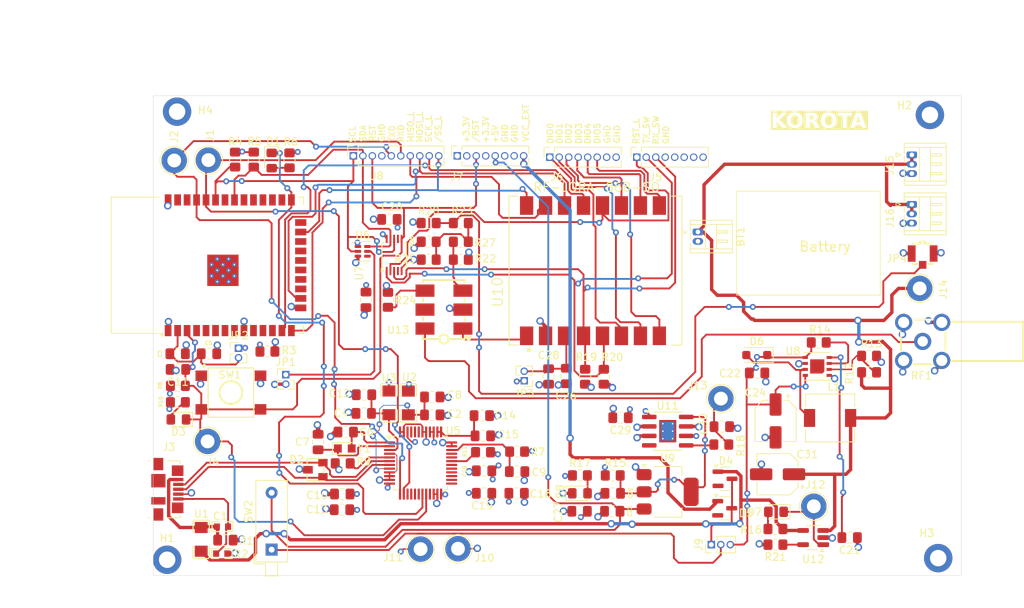
<source format=kicad_pcb>
(kicad_pcb (version 20240108) (generator "pcbnew") (generator_version "8.0")
  (layers (0 "F.Cu" signal) (1 "In1.Cu" power) (2 "In2.Cu" power) (31 "B.Cu" signal) (34 "B.Paste" user) (35 "F.Paste" user) (36 "B.SilkS" user "B.Silkscreen") (37 "F.SilkS" user "F.Silkscreen") (38 "B.Mask" user) (39 "F.Mask" user) (44 "Edge.Cuts" user))
  (net 0 "")
  (net 1 "GND")
  (net 2 "Net-(JP2-B)")
  (net 3 "/RST")
  (net 4 "/5V_usb")
  (net 5 "/BOOT")
  (net 6 "/dp")
  (net 7 "/dm")
  (net 8 "GNDPWR")
  (net 9 "/SDA")
  (net 10 "/SCL")
  (net 11 "/{slash}SS_L")
  (net 12 "/TXD")
  (net 18 "/RXD")
  (net 21 "/SCK_L")
  (net 22 "/MOSI_L")
  (net 25 "/MISO_L")
  (net 40 "+3.3V")
  (net 41 "Net-(D1-A)")
  (net 42 "Net-(D3-A)")
  (net 43 "/IRQ_Lum")
  (net 44 "V_BAT")
  (net 45 "Net-(U5-VPLL)")
  (net 46 "Net-(U5-VPHY)")
  (net 47 "Net-(U5-XCSI)")
  (net 48 "Net-(U5-XCSO)")
  (net 49 "Net-(U5-~{RESET})")
  (net 50 "Net-(U5-VCCA)")
  (net 51 "Net-(U8-REF)")
  (net 52 "5V_BAT")
  (net 53 "+5V")
  (net 54 "Net-(U11-IN+)")
  (net 55 "Net-(JP3-B)")
  (net 56 "Net-(J13-Pin_1)")
  (net 58 "Net-(J9-Pin_1)")
  (net 59 "VCC_USB")
  (net 61 "VCC_EXT")
  (net 62 "Net-(D6-A)")
  (net 63 "Net-(D7-K)")
  (net 64 "Net-(D7-A)")
  (net 65 "Net-(D8-A)")
  (net 66 "/RST_L")
  (net 67 "/RX_SW")
  (net 68 "/TX_SW")
  (net 69 "/DIO4")
  (net 70 "/DIO5")
  (net 71 "/DIO3")
  (net 72 "/DIO1")
  (net 73 "/DIO2")
  (net 74 "/DIO0")
  (net 76 "Net-(J9-Pin_2)")
  (net 77 "Net-(JP4-SIG)")
  (net 78 "Net-(U5-REF)")
  (net 79 "Net-(U5-ACBUS7)")
  (net 80 "Net-(U8-LBI)")
  (net 81 "Net-(U8-~{LBO})")
  (net 82 "Net-(U11-OUT)")
  (net 83 "Net-(U12-PROG)")
  (net 84 "/C")
  (net 85 "Net-(R23-Pad2)")
  (net 86 "Net-(U13-TERM)")
  (net 87 "Net-(U13-OUTPUT)")
  (net 106 "/ANT")
  (footprint "LED_SMD:LED_0805_2012Metric_Pad1.15x1.40mm_HandSolder" (layer "F.Cu") (at 106.445 94.995)
    (property "Reference" "D8")
    (property "Value" "LED")
  )
  (footprint "Connector_PinHeader_1.27mm:PinHeader_1x02_P1.27mm_Vertical" (layer "F.Cu") (at 67.06 79.1)
    (property "Reference" "JP1")
    (property "Value" "Jumper_2_Open")
  )
  (footprint "Capacitor_SMD:C_0805_2012Metric_Pad1.18x1.45mm_HandSolder" (layer "F.Cu") (at 130.1725 78.875 180)
    (property "Reference" "C22")
    (property "Value" "100nF")
  )
  (footprint "Capacitor_SMD:C_0805_2012Metric_Pad1.18x1.45mm_HandSolder" (layer "F.Cu") (at 52.61 78.4 180)
    (property "Reference" "C11")
    (property "Value" "100nF")
  )
  (footprint "Resistor_SMD:R_0805_2012Metric_Pad1.20x1.40mm_HandSolder" (layer "F.Cu") (at 109.65 79.38 90)
    (property "Reference" "R20")
    (property "Value" "100k")
  )
  (footprint "Resistor_SMD:R_0805_2012Metric_Pad1.20x1.40mm_HandSolder" (layer "F.Cu") (at 52.61 80.6)
    (property "Reference" "R8")
    (property "Value" "10k")
  )
  (footprint "easyeda2kicad:SMA-TH_HJ-2LC15SF048" (layer "F.Cu") (at 152.35 74.65 90)
    (property "Reference" "RF1")
    (property "Value" "HJ-SMA313")
  )
  (footprint "Capacitor_SMD:C_0805_2012Metric_Pad1.18x1.45mm_HandSolder" (layer "F.Cu") (at 58.9675 101.26)
    (property "Reference" "C1")
    (property "Value" "10uF")
  )
  (footprint "Capacitor_SMD:C_0805_2012Metric_Pad1.18x1.45mm_HandSolder" (layer "F.Cu") (at 77.8 69.08 -90)
    (property "Reference" "C17" (hide yes))
    (property "Value" "100nF")
  )
  (footprint "Resistor_SMD:R_0805_2012Metric_Pad1.20x1.40mm_HandSolder" (layer "F.Cu") (at 74.685 90.9875)
    (property "Reference" "R9")
    (property "Value" "10k")
  )
  (footprint "Capacitor_SMD:C_0805_2012Metric_Pad1.18x1.45mm_HandSolder" (layer "F.Cu") (at 110.845 94.995 180)
    (property "Reference" "C25")
    (property "Value" "10uF")
  )
  (footprint "Converter_DCDC:Converter_DCDC_Cyntec_MUN12AD01-SH" (layer "F.Cu") (at 138.23 78 180)
    (property "Reference" "U8")
    (property "Value" "MAX1674EUA+T")
  )
  (footprint "RF_Module:ESP32-WROOM-32" (layer "F.Cu") (at 59.55 64.45 90)
    (property "Reference" "U4" (hide yes))
    (property "Value" "ESP32-WROOM-32")
  )
  (footprint "Resistor_SMD:R_0805_2012Metric_Pad1.20x1.40mm_HandSolder" (layer "F.Cu") (at 86.2 61.3)
    (property "Reference" "R26")
    (property "Value" "68R")
  )
  (footprint "Resistor_SMD:R_0805_2012Metric_Pad1.20x1.40mm_HandSolder" (layer "F.Cu") (at 90.5 61.3)
    (property "Reference" "R23")
    (property "Value" "270R")
  )
  (footprint "Capacitor_SMD:C_0805_2012Metric_Pad1.18x1.45mm_HandSolder" (layer "F.Cu") (at 142.57 100.92 180)
    (property "Reference" "C21")
    (property "Value" "100nF")
  )
  (footprint "My_symbols:XCVR_RF-LORA-868-SO" (layer "F.Cu") (at 108.535 65.175 90)
    (property "Reference" "U10")
    (property "Value" "RF-LORA-868-SO")
  )
  (footprint "Connector_Hirose:Hirose_DF13-02P-1.25DS_1x02_P1.25mm_Horizontal" (layer "F.Cu") (at 122.25 59.99 -90)
    (property "Reference" "BT1")
    (property "Value" "Battery")
  )
  (footprint "Diode_SMD:D_SOD-123F" (layer "F.Cu") (at 130.135 76.475 180)
    (property "Reference" "D6")
    (property "Value" "MBR0520LT")
  )
  (footprint "easyeda2kicad:L1206" (layer "F.Cu") (at 80.8725 82.8775 -90)
    (property "Reference" "U3")
    (property "Value" "ILB1206ER260V")
  )
  (footprint "TestPoint:TestPoint_Loop_D2.50mm_Drill1.85mm" (layer "F.Cu") (at 125.33 82.31)
    (property "Reference" "J13")
    (property "Value" "Conn_01x01")
  )
  (footprint "Connector_PinSocket_1.27mm:PinSocket_1x08_P1.27mm_Vertical" (layer "F.Cu") (at 114.06 49.98 90)
    (property "Reference" "J5")
    (property "Value" "Conn_01x04")
  )
  (footprint "Inductor_SMD:L_6.3x6.3_H3" (layer "F.Cu") (at 139.95 84.9 180)
    (property "Reference" "L1")
    (property "Value" "22uH")
  )
  (footprint "TestPoint:TestPoint_Loop_D2.50mm_Drill1.85mm" (layer "F.Cu") (at 56.69 50.37)
    (property "Reference" "J1")
    (property "Value" "Conn_01x01")
  )
  (footprint "Package_TO_SOT_SMD:SOT-23-5_HandSoldering" (layer "F.Cu") (at 137.6825 100.92 180)
    (property "Reference" "U12")
    (property "Value" "MCP73831-2-MC")
  )
  (footprint "TestPoint:TestPoint_Loop_D2.50mm_Drill1.85mm" (layer "F.Cu") (at 85.11 102.46)
    (property "Reference" "J11")
    (property "Value" "Conn_01x01")
  )
  (footprint "Resistor_SMD:R_0805_2012Metric_Pad1.20x1.40mm_HandSolder" (layer "F.Cu") (at 62.77 50.3 -90)
    (property "Reference" "R5")
    (property "Value" "4k7")
  )
  (footprint "Package_QFP:LQFP-48_7x7mm_P0.5mm" (layer "F.Cu") (at 85.11 90.9375)
    (property "Reference" "U5")
    (property "Value" "FT232HL")
  )
  (footprint "easyeda2kicad:KEY-SMD_4P-L6.6-W6.0-P4.50-LS9.0-BR" (layer "F.Cu") (at 59.71 81.5 180)
    (property "Reference" "SW1")
    (property "Value" "B3S-1000P")
  )
  (footprint "Connector_PinSocket_1.27mm:PinSocket_1x08_P1.27mm_Vertical" (layer "F.Cu") (at 90.02 49.8 90)
    (property "Reference" "J7")
    (property "Value" "Conn_01x08")
  )
  (footprint "Package_SO:TSSOP-10_3x3mm_P0.5mm" (layer "F.Cu") (at 81.57 63.07 90)
    (property "Reference" "U7")
    (property "Value" "PCA9537DP")
  )
  (footprint "Capacitor_SMD:C_0805_2012Metric_Pad1.18x1.45mm_HandSolder" (layer "F.Cu") (at 93.31 84.5875)
    (property "Reference" "C14")
    (property "Value" "3.3uF")
  )
  (footprint "Capacitor_SMD:C_0805_2012Metric_Pad1.18x1.45mm_HandSolder" (layer "F.Cu") (at 86.6725 84.4875)
    (property "Reference" "C2")
    (property "Value" "10uF")
  )
  (footprint "MountingHole:MountingHole_2.2mm_M2_DIN965_Pad" (layer "F.Cu") (at 52.5 43.88)
    (property "Reference" "H4")
    (property "Value" "MountingHole")
  )
  (footprint "Capacitor_SMD:C_0805_2012Metric_Pad1.18x1.45mm_HandSolder" (layer "F.Cu") (at 56.7725 76.3)
    (property "Reference" "C5")
    (property "Value" "10uF")
  )
  (footprint "TestPoint:TestPoint_Loop_D2.50mm_Drill1.85mm" (layer "F.Cu") (at 52.12 50.42)
    (property "Reference" "J2")
    (property "Value" "Conn_01x01")
  )
  (footprint "easyeda2kicad:R0603" (layer "F.Cu") (at 58.58 99.46 180)
    (property "Reference" "R1")
    (property "Value" "V5.5MLA0603NH")
  )
  (footprint "easyeda2kicad:R0603" (layer "F.Cu") (at 58.48 103.06)
    (property "Reference" "R2")
    (property "Value" "V5.5MLA0603NH")
  )
  (footprint "Capacitor_SMD:C_0805_2012Metric_Pad1.18x1.45mm_HandSolder" (layer "F.Cu") (at 93.4475 87.2975)
    (property "Reference" "C15")
    (property "Value" "100nF")
  )
  (footprint "Capacitor_SMD:C_0805_2012Metric_Pad1.18x1.45mm_HandSolder" (layer "F.Cu") (at 77.535 81.7875)
    (property "Reference" "C12")
    (property "Value" "100nF")
  )
  (footprint "Resistor_SMD:R_0805_2012Metric_Pad1.20x1.40mm_HandSolder" (layer "F.Cu") (at 106.445 92.595)
    (property "Reference" "R17")
    (property "Value" "330R")
  )
  (footprint "Capacitor_SMD:C_0805_2012Metric_Pad1.18x1.45mm_HandSolder" (layer "F.Cu") (at 93.61 91.9775)
    (property "Reference" "C18")
    (property "Value" "100nF")
  )
  (footprint "Package_TO_SOT_SMD:SOT-23" (layer "F.Cu") (at 125.8825 93.045)
    (property "Reference" "D4")
    (property "Value" "BAT54C")
  )
  (footprint "MountingHole:MountingHole_2.2mm_M2_DIN965_Pad" (layer "F.Cu") (at 51.17 103.89)
    (property "Reference" "H1")
    (property "Value" "MountingHole")
  )
  (footprint "Capacitor_SMD:C_0805_2012Metric_Pad1.18x1.45mm_HandSolder" (layer "F.Cu") (at 74.585 97.1875)
    (property "Reference" "C13")
    (property "Value" "100nF")
  )
  (footprint "Capacitor_SMD:C_0805_2012Metric_Pad1.18x1.45mm_HandSolder" (layer "F.Cu") (at 80.9325 58.31 180)
    (property "Reference" "C20")
    (property "Value" "100nF")
  )
  (footprint "Connector_PinHeader_1.27mm:PinHeader_1x02_P1.27mm_Vertical" (layer "F.Cu") (at 60.73 75.56)
    (property "Reference" "JP2")
    (property "Value" "Jumper_2_Open")
  )
  (footprint "Resistor_SMD:R_0805_2012Metric_Pad1.20x1.40mm_HandSolder" (layer "F.Cu") (at 60.27 50.3 -90)
    (property "Reference" "R4")
    (property "Value" "4k7")
  )
  (footprint "Capacitor_SMD:C_0805_2012Metric_Pad1.18x1.45mm_HandSolder" (layer "F.Cu") (at 77.4975 84.2875 180)
    (property "Reference" "C4")
    (property "Value" "10uF")
  )
  (footprint "Connector_PinSocket_1.27mm:PinSocket_1x08_P1.27mm_Vertical" (layer "F.Cu") (at 102.41 49.98 90)
    (property "Reference" "J6")
    (property "Value" "Conn_01x08")
  )
  (footprint "Capacitor_SMD:CP_Elec_5x5.4" (layer "F.Cu") (at 132.92 92.44 180)
    (property "Reference" "C31")
    (property "Value" "47uF")
  )
  (footprint "Connector_Hirose:Hirose_DF13-03P-1.25DS_1x03_P1.25mm_Horizontal" (layer "F.Cu") (at 150.89 56.31 -90)
    (property "Reference" "J16")
    (property "Value" "Conn_01x03")
  )
  (footprint "Button_Switch_THT:SW_DIP_SPSTx01_Piano_10.8x4.1mm_W7.62mm_P2.54mm" (layer "F.Cu") (at 65.16 102.535 90)
    (property "Reference" "SW2")
    (property "Value" "SW_DIP_x01")
  )
  (footprint "My_symbols:XFMR-SMD_6P-L7.9-W5.6-P2.54-LS7.0-BL" (layer "F.Cu") (at 88.24 70.39 90)
    (property "Reference" "U13")
    (property "Value" "ADC-10-4+")
  )
  (footprint "Resistor_SMD:R_0805_2012Metric_Pad1.20x1.40mm_HandSolder" (layer "F.Cu") (at 132.6325 101.87 180)
    (property "Reference" "R21")
    (property "Value" "2k")
  )
  (footprint "TestPoint:TestPoint_Loop_D2.50mm_Drill1.85mm" (layer "F.Cu") (at 151.95 67.55)
    (property "Reference" "J14")
    (property "Value" "Conn_01x01")
  )
  (footprint "Capacitor_SMD:C_0805_2012Metric_Pad1.18x1.45mm_HandSolder" (layer "F.Cu") (at 104.63 79.28 -90)
    (property "Reference" "C26")
    (property "Value" "100nF")
  )
  (footprint "Capacitor_SMD:C_0805_2012Metric_Pad1.18x1.45mm_HandSolder" (layer "F.Cu") (at 125.4475 86.065)
    (property "Reference" "C30")
    (property "Value" "10nF")
  )
  (footprint "LED_SMD:LED_0805_2012Metric_Pad1.15x1.40mm_HandSolder" (layer "F.Cu") (at 52.685 85.1 180)
    (property "Reference" "D3")
    (property "Value" "LED")
  )
  (footprint "Resistor_SMD:R_0805_2012Metric_Pad1.20x1.40mm_HandSolder" (layer "F.Cu") (at 80.74 69.08 -90)
    (property "Reference" "R24")
    (property "Value" "R")
  )
  (footprint "Resistor_SMD:R_0805_2012Metric_Pad1.20x1.40mm_HandSolder" (layer "F.Cu") (at 90.5 58.8 180)
    (property "Reference" "R27")
    (property "Value" "270R")
  )
  (footprint "TestPoint:TestPoint_Loop_D2.50mm_Drill1.85mm" (layer "F.Cu") (at 137.77 96.73)
    (property "Reference" "J12")
    (property "Value" "Conn_01x01")
  )
  (footprint "Resistor_SMD:R_0805_2012Metric_Pad1.20x1.40mm_HandSolder" (layer "F.Cu") (at 145.17 76.59 180)
    (property "Reference" "R13")
    (property "Value" "100k")
  )
  (footprint "TestPoint:TestPoint_Loop_D2.50mm_Drill1.85mm" (layer "F.Cu") (at 56.59 88.04)
    (property "Reference" "J4")
    (property "Value" "Conn_01x01")
  )
  (footprint "easyeda2kicad:L1206" (layer "F.Cu") (at 83.4725 82.8875 -90)
    (property "Reference" "U2")
    (property "Value" "ILB1206ER260V")
  )
  (footprint "OptoDevice:AMS_TSL25911FN" (layer "F.Cu") (at 77.3525 62.59)
    (property "Reference" "U6")
    (property "Value" "~")
  )
  (footprint "Connector_Hirose:Hirose_DF13-03P-1.25DS_1x03_P1.25mm_Horizontal" (layer "F.Cu") (at 150.8975 49.67 -90)
    (property "Reference" "J15")
    (property "Value" "Conn_01x03")
  )
  (footprint "LED_SMD:LED_0805_2012Metric_Pad1.15x1.40mm_HandSolder" (layer "F.Cu") (at 65.17 50.425 -90)
    (property "Reference" "D1")
    (property "Value" "LED")
  )
  (footprint "Capacitor_SMD:C_0805_2012Metric_Pad1.18x1.45mm_HandSolder" (layer "F.Cu") (at 52.5725 76.3)
    (property "Reference" "C3")
    (property "Value" "100nF")
  )
  (footprint "Connector_PinSocket_1.27mm:PinSocket_1x10_P1.27mm_Vertical" (layer "F.Cu") (at 76.11 49.8 90)
    (property "Reference" "J8")
    (property "Value" "Conn_01x10")
  )
  (footprint "easyeda2kicad:SOT-23_L3.0-W2.2-P0.95-LS2.2-TR" (layer "F.Cu") (at 71.035 91.8375 -90)
    (property "Reference" "D2")
    (property "Value" "PGB102ST23WR")
  )
  (footprint "Capacitor_SMD:C_0805_2012Metric_Pad1.18x1.45mm_HandSolder" (layer "F.Cu") (at 97.9725 94.9875)
    (property "Reference" "C16")
    (property "Value" "100nF")
  )
  (footprint "Capacitor_SMD:C_0805_2012Metric_Pad1.18x1.45mm_HandSolder" (layer "F.Cu") (at 86.6725 82.0875)
    (property "Reference" "C8")
    (property "Value" "100nF")
  )
  (footprint "TestPoint:TestPoint_Loop_D2.50mm_Drill1.85mm" (layer "F.Cu") (at 90.12 102.41)
    (property "Reference" "J10")
    (property "Value" "Conn_01x01")
  )
  (footprint "Capacitor_SMD:C_0805_2012Metric_Pad1.18x1.45mm_HandSolder" (layer "F.Cu") (at 71.385 88.125 90)
    (property "Reference" "C7")
    (property "Value" "10nF")
  )
  (footprint "MountingHole:MountingHole_2.2mm_M2_DIN965_Pad" (layer "F.Cu") (at 154.43 103.67)
    (property "Reference" "H3")
    (property "Value" "MountingHole")
  )
  (footprint "Connector_USB:USB_Micro-B_Molex_47346-0001" (layer "F.Cu") (at 51.2 94.45 -90)
    (property "Reference" "J3")
    (property "Value" "USB_A")
  )
  (footprint "Resistor_SMD:R_0805_2012Metric_Pad1.20x1.40mm_HandSolder" (layer "F.Cu") (at 86.2 63.7)
    (property "Reference" "R25")
    (property "Value" "68R")
  )
  (footprint "Capacitor_SMD:C_0805_2012Metric_Pad1.18x1.45mm_HandSolder" (layer "F.Cu") (at 110.7825 97.395 180)
    (property "Reference" "C23")
    (property "Value" "10uF")
  )
  (footprint "Capacitor_SMD:C_0805_2012Metric_Pad1.18x1.45mm_HandSolder" (layer "F.Cu") (at 74.6225 95.0875 180)
    (property "Reference" "C10")
    (property "Value" "100nF")
  )
  (footprint "Package_SO:SOIC-8-1EP_3.9x4.9mm_P1.27mm_EP2.29x3mm_ThermalVias" (layer "F.Cu") (at 118.21 86.67)
    (property "Reference" "U11")
    (property "Value" "AD8418")
  )
  (footprint "Resistor_SMD:R_0805_2012Metric_Pad1.20x1.40mm_HandSolder" (layer "F.Cu") (at 98.035 89.4075 180)
    (property "Reference" "R7")
    (property "Value" "10k")
  )
  (footprint "Capacitor_SMD:C_0805_2012Metric_Pad1.18x1.45mm_HandSolder" (layer "F.Cu") (at 102.25 79.3425 -90)
    (property "Reference" "C28")
    (property "Value" "10uF")
  )
  (footprint "Connector_PinHeader_1.27mm:PinHeader_1x03_P1.27mm_Vertical" (layer "F.Cu") (at 124.045 101.86 90)
    (property "Reference" "J9")
    (property "Value" "Conn_01x03")
  )
  (footprint "Capacitor_SMD:C_0805_2012Metric_Pad1.18x1.45mm_HandSolder" (layer "F.Cu") (at 93.61 94.9875)
    (property "Reference" "C19")
    (property "Value" "100nF")
  )
  (footprint "LED_SMD:LED_0805_2012Metric_Pad1.15x1.40mm_HandSolder" (layer "F.Cu") (at 132.7075 97.47 180)
    (property "Reference" "D7")
    (property "Value" "LED")
  )
  (footprint "Capacitor_SMD:C_0805_2012Metric_Pad1.18x1.45mm_HandSolder" (layer "F.Cu") (at 106.4075 97.395 180)
    (property "Reference" "C27")
    (property "Value" "100nF")
  )
  (footprint "Connector_PinHeader_1.27mm:PinHeader_1x02_P1.27mm_Vertical" (layer "F.Cu") (at 98.99 79.92 180)
    (property "Reference" "JP3")
    (property "Value" "Jumper_2_Open")
  )
  (footprint "Resistor_SMD:R_0805_2012Metric_Pad1.20x1.40mm_HandSolder" (layer "F.Cu") (at 64.6 76)
    (property "Reference" "R3")
    (property "Value" "10k")
  )
  (footprint "MountingHole:MountingHole_2.2mm_M2_DIN965_Pad" (layer "F.Cu") (at 153.32 44.32)
    (property "Reference" "H2")
    (property "Value" "MountingHole")
  )
  (footprint "Resistor_SMD:R_0805_2012Metric_Pad1.20x1.40mm_HandSolder" (layer "F.Cu") (at 90.5 63.7 180)
    (property "Reference" "R22")
    (property "Value" "68R")
  )
  (footprint "Resistor_SMD:R_0805_2012Metric_Pad1.20x1.40mm_HandSolder" (layer "F.Cu") (at 125.385 88.465)
    (property "Reference" "R18")
    (property "Value" "330R")
  )
  (footprint "Capacitor_SMD:CP_Elec_5x5.4" (layer "F.Cu") (at 132.65 85.3 -90)
    (property "Reference" "C24")
    (property "Value" "47uF")
  )
  (footprint "Resistor_SMD:R_0805_2012Metric_Pad1.20x1.40mm_HandSolder" (layer "F.Cu") (at 138.43 74.79)
    (property "Reference" "R14")
    (property "Value" "100k")
  )
  (footprint "Capacitor_SMD:C_0805_2012Metric_Pad1.18x1.45mm_HandSolder" (layer "F.Cu") (at 111.885 84.865 180)
    (property "Reference" "C29")
    (property "Value" "100nF")
  )
  (footprint "Capacitor_SMD:C_0805_2012Metric_Pad1.18x1.45mm_HandSolder" (layer "F.Cu") (at 98.035 92.0875)
    (property "Reference" "C9")
    (property "Value" "10nF")
  )
  (footprint "Package_TO_SOT_SMD:SOT-23" (layer "F.Cu") (at 125.84 96.995)
    (property "Reference" "D5")
    (property "Value" "BAT54C")
  )
  (footprint "Resistor_SMD:R_0805_2012Metric_Pad1.20x1.40mm_HandSolder" (layer "F.Cu") (at 132.6325 99.77 180)
    (property "Reference" "R16")
    (property "Value" "1.5k")
  )
  (footprint "Crystal:Crystal_SMD_2012-2Pin_2.0x1.2mm_HandSoldering" (layer "F.Cu") (at 74.96 88.9875)
    (property "Reference" "Y1")
    (property "Value" "12MHz")
  )
  (footprint "Resistor_SMD:R_0805_2012Metric_Pad1.20x1.40mm_HandSolder" (layer "F.Cu") (at 52.61 82.8)
    (property "Reference" "R10")
    (property "Value" "470R")
  )
  (footprint "Resistor_SMD:R_0805_2012Metric_Pad1.20x1.40mm_HandSolder" (layer "F.Cu") (at 86.2 58.8)
    (property "Reference" "R28")
    (property "Value" "68R")
  )
  (footprint "Resistor_SMD:R_0805_2012Metric_Pad1.20x1.40mm_HandSolder" (layer "F.Cu") (at 110.845 92.595 180)
    (property "Reference" "R15")
    (property "Value" "0R1")
  )
  (footprint "Resistor_SMD:R_0805_2012Metric_Pad1.20x1.40mm_HandSolder" (layer "F.Cu") (at 107.15 79.38 90)
    (property "Reference" "R19")
    (property "Value" "100k")
  )
  (footprint "Capacitor_SMD:C_0805_2012Metric_Pad1.18x1.45mm_HandSolder" (layer "F.Cu") (at 75.085 86.7875 180)
    (property "Reference" "C6")
    (property "Value" "10nF")
  )
  (footprint "easyeda2kicad:L1206" (layer "F.Cu") (at 55.73 101.16 -90)
    (property "Reference" "U1")
    (property "Value" "ILB1206ER260V")
  )
  (footprint "Resistor_SMD:R_0805_2012Metric_Pad1.20x1.40mm_HandSolder" (layer "F.Cu") (at 67.56 50.4 -90)
    (property "Reference" "R6")
    (property "Value" "470R")
  )
  (footprint "easyeda2kicad:RF-SMD_FRF05002-JSS103M" (layer "F.Cu") (at 152.35 63.64)
    (property "Reference" "JP4")
    (property "Value" "U.FL-R-SMT-1(80)")
  )
  (footprint "Package_TO_SOT_SMD:SOT-223-3_TabPin2" (layer "F.Cu") (at 118.195 94.795)
    (property "Reference" "U9")
    (property "Value" "LM1117MP-3.3")
  )
  (footprint "Resistor_SMD:R_0805_2012Metric_Pad1.20x1.40mm_HandSolder" (layer "F.Cu") (at 93.4725 89.4875)
    (property "Reference" "R11")
    (property "Value" "47k")
  )
  (footprint "Resistor_SMD:R_0805_2012Metric_Pad1.20x1.40mm_HandSolder" (layer "F.Cu") (at 145.17 78.79 180)
    (property "Reference" "R12")
    (property "Value" "113k")
  )
  (gr_rect (start 127.42 54.54) (end 146.67 68.44) (stroke (width 0.1)) (fill none) (layer "F.SilkS"))
  (gr_rect (start 49.3 41.75) (end 157.51 106) (stroke (width 0.05)) (fill none) (layer "Edge.Cuts"))
  (gr_text "RF-LORA-868-SO" (at 100.1 54.7 0) (layer "F.SilkS") (effects (font (size 1.2 1.2)) (justify left bottom)))
  (gr_text "DIO5" (at 108.78 46.8 90) (layer "F.SilkS") (effects (font (size 0.8 0.8))))
  (gr_text "GND" (at 96.4 46.8 90) (layer "F.SilkS") (effects (font (size 0.8 0.8))))
  (gr_text "TX_SW" (at 115.35 46.33 90) (layer "F.SilkS") (effects (font (size 0.8 0.8))))
  (gr_text "/RST" (at 92.5 46.5 90) (layer "F.SilkS") (effects (font (size 0.8 0.8))))
  (gr_text "GND" (at 110.1 46.9 90) (layer "F.SilkS") (effects (font (size 0.8 0.8))))
  (gr_text "SCL" (at 76 46.9 90) (layer "F.SilkS") (effects (font (size 0.8 0.8))))
  (gr_text "RX_SW" (at 116.64 46.33 90) (layer "F.SilkS") (effects (font (size 0.8 0.8))))
  (gr_text "GND" (at 117.96 46.98 90) (layer "F.SilkS") (effects (font (size 0.8 0.8))))
  (gr_text "GND" (at 111.4 46.9 90) (layer "F.SilkS") (effects (font (size 0.8 0.8))))
  (gr_text "KOROTA" (at 132 46.4 0) (layer "F.SilkS" knockout) (effects (font (size 2 2) (thickness 0.2) (bold yes)) (justify left bottom)))
  (gr_text "RXD" (at 82.5 46.8 90) (layer "F.SilkS") (effects (font (size 0.8 0.8))))
  (gr_text "DIO2" (at 104.94 46.8 90) (layer "F.SilkS") (effects (font (size 0.8 0.8))))
  (gr_text "VCC_EXT" (at 99.2 45.4 90) (layer "F.SilkS") (effects (font (size 0.8 0.8))))
  (gr_text "DIO4" (at 107.5 46.8 90) (layer "F.SilkS") (effects (font (size 0.8 0.8))))
  (gr_text "GND" (at 97.7 46.8 90) (layer "F.SilkS") (effects (font (size 0.8 0.8))))
  (gr_text "RST" (at 78.7 46.8 90) (layer "F.SilkS") (effects (font (size 0.8 0.8))))
  (gr_text "SCK_L" (at 86.2 46.2 90) (layer "F.SilkS") (effects (font (size 0.8 0.8))))
  (gr_text "DIO1" (at 103.7 46.8 90) (layer "F.SilkS") (effects (font (size 0.8 0.8))))
  (gr_text "RST_L" (at 114 46.5 90) (layer "F.SilkS") (effects (font (size 0.8 0.8))))
  (gr_text "DIO0" (at 102.5 46.8 90) (layer "F.SilkS") (effects (font (size 0.8 0.8))))
  (gr_text "/SS_L" (at 87.5 46.2 90) (layer "F.SilkS") (effects (font (size 0.8 0.8))))
  (gr_text "MISO_L" (at 83.8 45.9 90) (layer "F.SilkS") (effects (font (size 0.8 0.8))))
  (gr_text "+5V" (at 95.1 46.9 90) (layer "F.SilkS") (effects (font (size 0.8 0.8))))
  (gr_text "SDA" (at 77.4 46.8 90) (layer "F.SilkS") (effects (font (size 0.8 0.8))))
  (gr_text "+3.3V" (at 91.25 46.3 90) (layer "F.SilkS") (effects (font (size 0.8 0.8))))
  (gr_text "+3.3V" (at 93.83 46.3 90) (layer "F.SilkS") (effects (font (size 0.8 0.8))))
  (gr_text "Battery" (at 135.71 62.72 0) (layer "F.SilkS") (effects (font (size 1.3 1.3) (thickness 0.2) (bold yes)) (justify left bottom)))
  (gr_text "MOSI_L" (at 85 45.9 90) (layer "F.SilkS") (effects (font (size 0.8 0.8))))
  (gr_text "DIO3" (at 106.3 46.8 90) (layer "F.SilkS") (effects (font (size 0.8 0.8))))
  (gr_text "TXD" (at 81.3 46.8 90) (layer "F.SilkS") (effects (font (size 0.8 0.8))))
  (gr_text "GND" (at 79.9 46.7 90) (layer "F.SilkS") (effects (font (size 0.8 0.8))))
  (segment (start 104.215 94.995) (end 104.2 94.98) (width 0.45) (layer "F.Cu") (net 1))
  (segment (start 82.86 86.775) (end 82.86 86.00509) (width 0.2) (layer "F.Cu") (net 1))
  (segment (start 82.86 86.00509) (end 83.12759 85.7375) (width 0.2) (layer "F.Cu") (net 1))
  (segment (start 131.21 78.875) (end 131.21 79.91) (width 0.2) (layer "F.Cu") (net 1))
  (segment (start 115.735 86.035) (end 114.205 86.035) (width 0.45) (layer "F.Cu") (net 1))
  (segment (start 110.8475 84.865) (end 110.8475 83.7025) (width 0.45) (layer "F.Cu") (net 1))
  (segment (start 140.13 79.2) (end 140.555 79.625) (width 0.2) (layer "F.Cu") (net 1))
  (segment (start 82.57 65.22) (end 82.57 64.795) (width 0.2) (layer "F.Cu") (net 1))
  (segment (start 109.615 97.395) (end 108.87 98.14) (width 0.45) (layer "F.Cu") (net 1))
  (segment (start 99.01 96.17) (end 99.02 96.18) (width 0.45) (layer "F.Cu") (net 1))
  (segment (start 154.9 72.1) (end 153.33 72.1) (width 0.45) (layer "F.Cu") (net 1))
  (segment (start 101.85 72.65) (end 101.11 71.91) (width 0.45) (layer "F.Cu") (net 1))
  (segment (start 109.265 94.995) (end 108.84 95.42) (width 0.45) (layer "F.Cu") (net 1))
  (segment (start 83.12759 85.7375) (end 85.09241 85.7375) (width 0.2) (layer "F.Cu") (net 1))
  (segment (start 71.385 85.925) (end 71.29 85.83) (width 0.6) (layer "F.Cu") (net 1))
  (segment (start 154.9 77.2) (end 154.9 77.63) (width 0.45) (layer "F.Cu") (net 1))
  (segment (start 85.2 61.3) (end 85.12 61.3) (width 0.6) (layer "F.Cu") (net 1))
  (segment (start 73.6625 86.7875) (end 73.06 87.39) (width 0.6) (layer "F.Cu") (net 1))
  (segment (start 52.224704 78.4) (end 52.36 78.535296) (width 0.45) (layer "F.Cu") (net 1))
  (segment (start 80.9475 93.1875) (end 80.9475 92.6875) (width 0.2) (layer "F.Cu") (net 1))
  (segment (start 130.72 92.44) (end 130.72 91.13) (width 0.45) (layer "F.Cu") (net 1))
  (segment (start 76.4975 81.7875) (end 75.6375 81.7875) (width 0.6) (layer "F.Cu") (net 1))
  (segment (start 55.74 79.25) (end 55.74 80.25) (width 0.45) (layer "F.Cu") (net 1))
  (segment (start 126.485 86.065) (end 127.375 86.065) (width 0.45) (layer "F.Cu") (net 1))
  (segment (start 107.15 80.38) (end 107.52 80.38) (width 0.45) (layer "F.Cu") (net 1))
  (segment (start 88.7475 82.0875) (end 88.81 82.15) (width 0.6) (layer "F.Cu") (net 1))
  (segment (start 139.0325 100.92) (end 140.195 100.92) (width 0.45) (layer "F.Cu") (net 1))
  (segment (start 88.6875 84.4875) (end 88.76 84.56) (width 0.6) (layer "F.Cu") (net 1))
  (segment (start 67.975 70.16) (end 67.795 69.98) (width 0.45) (layer "F.Cu") (net 1))
  (segment (start 101.06 80.38) (end 100.99 80.45) (width 0.45) (layer "F.Cu") (net 1))
  (segment (start 87.71 84.4875) (end 88.6875 84.4875) (width 0.6) (layer "F.Cu") (net 1))
  (segment (start 84.21 63.7) (end 84.2 63.69) (width 0.6) (layer "F.Cu") (net 1))
  (segment (start 67.06 80.37) (end 65.62 80.37) (width 0.45) (layer "F.Cu") (net 1))
  (segment (start 87.36 95.1) (end 87.36 96.25007) (width 0.2) (layer "F.Cu") (net 1))
  (segment (start 102.25 80.38) (end 101.06 80.38) (width 0.45) (layer "F.Cu") (net 1))
  (segment (start 122.305 86.035) (end 122.37 86.1) (width 0.45) (layer "F.Cu") (net 1))
  (segment (start 79.646435 93.1875) (end 79.619198 93.214737) (width 0.2) (layer "F.Cu") (net 1))
  (segment (start 51.3 72.05) (end 51.35 72) (width 0.45) (layer "F.Cu") (net 1))
  (segment (start 51.3 55.7) (end 51.3 56.43) (width 0.45) (layer "F.Cu") (net 1))
  (segment (start 53.61 75.23) (end 53.72 75.12) (width 0.45) (layer "F.Cu") (net 1))
  (segment (start 81.935 89.937501) (end 81.935 91.905) (width 0.1) (layer "F.Cu") (net 1))
  (segment (start 103.7225 80.3175) (end 103.56 80.48) (width 0.45) (layer "F.Cu") (net 1))
  (segment (start 85.2 63.7) (end 84.21 63.7) (width 0.6) (layer "F.Cu") (net 1))
  (segment (start 110.8475 83.7025) (end 110.92 83.63) (width 0.45) (layer "F.Cu") (net 1))
  (segment (start 91.7525 91.9775) (end 91.62 92.11) (width 0.45) (layer "F.Cu") (net 1))
  (segment (start 87.36 95.1) (end 86.86 95.1) (width 0.2) (layer "F.Cu") (net 1))
  (segment (start 74.0475 86.7875) (end 73.6625 86.7875) (width 0.6) (layer "F.Cu") (net 1))
  (segment (start 99.0725 93.1875) (end 99 93.26) (width 0.45) (layer "F.Cu") (net 1))
  (segment (start 114.205 86.035) (end 114.1 86.14) (width 0.45) (layer "F.Cu") (net 1))
  (segment (start 81.684999 89.6875) (end 81.935 89.937501) (width 0.1) (layer "F.Cu") (net 1))
  (segment (start 90.78 70.39) (end 89.17 70.39) (width 0.45) (layer "F.Cu") (net 1))
  (segment (start 68.9675 91.8375) (end 68.88 91.75) (width 0.6) (layer "F.Cu") (net 1))
  (segment (start 81.6525 92.1875) (end 80.9475 92.1875) (width 0.1) (layer "F.Cu") (net 1))
  (segment (start 105.37 97.395) (end 104.275 97.395) (width 0.45) (layer "F.Cu") (net 1))
  (segment (start 85.86 88.117891) (end 85.85186 88.126031) (width 0.2) (layer "F.Cu") (net 1))
  (segment (start 94.6475 94.9875) (end 94.6475 96.1025) (width 0.45) (layer "F.Cu") (net 1))
  (segment (start 80.74 68.08) (end 80.74 67.381726) (width 0.45) (layer "F.Cu") (net 1))
  (segment (start 84.23 58.8) (end 84.09 58.66) (width 0.45) (layer "F.Cu") (net 1))
  (segment (start 132.65 87.5) (end 131.26 87.5) (width 0.45) (layer "F.Cu") (net 1))
  (segment (start 114.935 92.495) (end 113.9 91.46) (width 0.45) (layer "F.Cu") (net 1))
  (segment (start 131.26 87.5) (end 131.25 87.51) (width 0.45) (layer "F.Cu") (net 1))
  (segment (start 72.4275 95.0875) (end 72.28 94.94) (width 0.6) (layer "F.Cu") (net 1))
  (segment (start 135.81 77.6) (end 135.77 77.64) (width 0.2) (layer "F.Cu") (net 1))
  (segment (start 73.585 95.0875) (end 72.4275 95.0875) (width 0.6) (layer "F.Cu") (net 1))
  (segment (start 61.46 73.2) (end 61.46 71.96) (width 0.45) (layer "F.Cu") (net 1))
  (segment (start 115.735 87.305) (end 114.335 87.305) (width 0.45) (layer "F.Cu") (net 1))
  (segment (start 149.78 58.81) (end 149.75 58.84) (width 0.45) (layer "F.Cu") (net 1))
  (segment (start 51.3 73.2) (end 51.3 72.05) (width 0.45) (layer "F.Cu") (net 1))
  (segment (start 80.9475 89.6875) (end 81.684999 89.6875) (width 0.1) (layer "F.Cu") (net 1))
  (segment (start 99.0725 92.0875) (end 99.0725 93.1875) (width 0.45) (layer "F.Cu") (net 1))
  (segment (start 114.335 87.305) (end 114.1 87.54) (width 0.45) (layer "F.Cu") (net 1))
  (segment (start 76.715 63.825) (end 76.43 64.11) (width 0.45) (layer "F.Cu") (net 1))
  (segment (start 146.17 76.59) (end 146.17 76.791482) (width 0.2) (layer "F.Cu") (net 1))
  (segment (start 149.8 72.1) (end 149.8 73.56) (width 0.45) (layer "F.Cu") (net 1))
  (segment (start 149.8 73.56) (end 149.65 73.71) (width 0.45) (layer "F.Cu") (net 1))
  (segment (start 143.6075 100.92) (end 143.6075 102.0875) (width 0.45) (layer "F.Cu") (net 1))
  (segment (start 82.86 86.775) (end 82.36 86.775) (width 0.2) (layer "F.Cu") (net 1))
  (segment (start 154.69 62.88) (end 154.8 62.77) (width 0.45) (layer "F.Cu") (net 1))
  (segment (start 109.65 80.38) (end 110.345 80.38) (width 0.45) (layer "F.Cu") (net 1))
  (segment (start 139.83 79.2) (end 140.13 79.2) (width 0.2) (layer "F.Cu") (net 1))
  (segment (start 87.36 96.25007) (end 87.268227 96.341843) (width 0.2) (layer "F.Cu") (net 1))
  (segment (start 57.81 75.23) (end 57.89 75.15) (width 0.45) (layer "F.Cu") (net 1))
  (segment (start 92.66 102.41) (end 92.71 102.36) (width 0.2) (layer "F.Cu") (net 1))
  (segment (start 140.195 100.92) (end 140.245 100.97) (width 0.45) (layer "F.Cu") (net 1))
  (segment (start 150.89 58.81) (end 149.78 58.81) (width 0.45) (layer "F.Cu") (net 1))
  (segment (start 109.8075 94.995) (end 109.265 94.995) (width 0.45) (layer "F.Cu") (net 1))
  (segment (start 57.81 76.3) (end 57.81 75.23) (width 0.45) (layer "F.Cu") (net 1))
  (segment (start 60.18 103.06) (end 60.25 102.99) (width 0.6) (layer "F.Cu") (net 1))
  (segment (start 63.68 79.25) (end 63.68 80.29) (width 0.45) (layer "F.Cu") (net 1))
  (segment (start 61.46 71.96) (end 61.47 71.95) (width 0.45) (layer "F.Cu") (net 1))
  (segment (start 110.345 80.38) (end 110.8 80.835) (width 0.45) (layer "F.Cu") (net 1))
  (segment (start 89.2725 88.6875) (end 89.2725 88.1875) (width 0.25) (layer "F.Cu") (net 1))
  (segment (start 109.745 97.395) (end 109.615 97.395) (width 0.45) (layer "F.Cu") (net 1))
  (segment (start 94.485 87.2975) (end 95.4325 87.2975) (width 0.45) (layer "F.Cu") (net 1))
  (segment (start 51.3 56.43) (end 51.25 56.48) (width 0.45) (layer "F.Cu") (net 1))
  (segment (start 76.715 63.24) (end 76.715 63.825) (width 0.45) (layer "F.Cu") (net 1))
  (segment (start 94.6475 96.1025) (end 94.6 96.15) (width 0.45) (layer "F.Cu") (net 1))
  (segment (start 149.85 62.88) (end 149.77 62.8) (width 0.45) (layer "F.Cu") (net 1))
  (segment (start 127.375 86.065) (end 127.59 86.28) (width 0.45) (layer "F.Cu") (net 1))
  (segment (start 104.275 97.395) (end 104.26 97.38) (width 0.45) (layer "F.Cu") (net 1))
  (segment (start 149.75 52.17) (end 149.72 52.14) (width 0.45) (layer "F.Cu") (net 1))
  (segment (start 101.48 73) (end 101.38 72.9) (width 0.25) (layer "F.Cu") (net 1))
  (segment (start 73.685 90.9875) (end 73.685 91.325) (width 0.6) (layer "F.Cu") (net 1))
  (segment (start 153.33 72.1) (end 153.12 71.89) (width 0.45) (layer "F.Cu") (net 1))
  (segment (start 83.675 63.69) (end 84.2 63.69) (width 0.2) (layer "F.Cu") (net 1))
  (segment (start 130.58 101.87) (end 130.47 101.76) (width 0.45) (layer "F.Cu") (net 1))
  (segment (start 153.82 62.88) (end 154.69 62.88) (width 0.45) (layer "F.Cu") (net 1))
  (segment (start 131.6325 101.87) (end 130.58 101.87) (width 0.45) (layer "F.Cu") (net 1))
  (segment (start 130.72 91.13) (end 130.76 91.09) (width 0.45) (layer "F.Cu") (net 1))
  (segment (start 131.21 79.91) (end 131.345 80.045) (width 0.2) (layer "F.Cu") (net 1))
  (segment (start 75.6075 84.2875) (end 75.46 84.14) (width 0.6) (layer "F.Cu") (net 1))
  (segment (start 72.5575 97.1875) (end 72.44 97.07) (width 0.6) (layer "F.Cu") (net 1))
  (segment (start 73.685 91.325) (end 74.18 91.82) (width 0.6) (layer "F.Cu") (net 1))
  (segment (start 120.685 86.035) (end 122.305 86.035) (width 0.45) (layer "F.Cu") (net 1))
  (segment (start 73.5475 97.1875) (end 72.5575 97.1875) (width 0.6) (layer "F.Cu") (net 1))
  (segment (start 82.57 64.795) (end 83.675 63.69) (width 0.2) (layer "F.Cu") (net 1))
  (segment (start 51.5725 78.4) (end 52.224704 78.4) (width 0.45) (layer "F.Cu") (net 1))
  (segment (start 55.74 80.25) (end 55.64 80.35) (width 0.45) (layer "F.Cu") (net 1))
  (segment (start 85.86 86.775) (end 85.86 88.117891) (width 0.2) (layer "F.Cu") (net 1))
  (segment (start 105.42 94.995) (end 104.215 94.995) (width 0.45) (layer "F.Cu") (net 1))
  (segment (start 89.17 70.39) (end 89 70.22) (width 0.45) (layer "F.Cu") (net 1))
  (segment (start 85.09241 85.7375) (end 85.36 86.00509) (width 0.2) (layer "F.Cu") (net 1))
  (segment (start 91.5 63.7) (end 91.5 62.782658) (width 0.6) (layer "F.Cu") (net 1))
  (segment (start 150.8975 52.17) (end 149.75 52.17) (width 0.45) (layer "F.Cu") (net 1))
  (segment (start 79.895 58.31) (end 78.83 58.31) (width 0.45) (layer "F.Cu") (net 1))
  (segment (start 65.6 74.77) (end 65.66 74.71) (width 0.45) (layer "F.Cu") (net 1))
  (segment (start 85.12 61.3) (end 84.25 62.17) (width 0.6) (layer "F.Cu") (net 1))
  (segment (start 70.035 91.8375) (end 68.9675 91.8375) (width 0.6) (layer "F.Cu") (net 1))
  (segment (start 89.2725 88.1875) (end 88.087519 88.1875) (width 0.25) (layer "F.Cu") (net 1))
  (segment (start 52.66 95.1) (end 54.246725 95.1) (width 0.2) (layer "F.Cu") (net 1))
  (segment (start 60.005 101.26) (end 61.04 101.26) (width 0.6) (layer "F.Cu") (net 1))
  (segment (start 59.23 103.06) (end 60.18 103.06) (width 0.6) (layer "F.Cu") (net 1))
  (segment (start 154.9 77.63) (end 153.95 78.58) (width 0.45) (layer "F.Cu") (net 1))
  (segment (start 107.52 80.38) (end 107.94 80.8) (width 0.45) (layer "F.Cu") (net 1))
  (segment (start 85.2 58.8) (end 84.23 58.8) (width 0.45) (layer "F.Cu") (net 1))
  (segment (start 101.85 73.9) (end 101.85 72.65) (width 0.45) (layer "F.Cu") (net 1))
  (segment (start 91.5 62.782658) (end 91.582658 62.7) (width 0.6) (layer "F.Cu") (net 1))
  (segment (start 81.935 91.905) (end 81.6525 92.1875) (width 0.1) (layer "F.Cu") (net 1))
  (segment (start 80.9475 93.1875) (end 79.646435 93.1875) (width 0.2) (layer "F.Cu") (net 1))
  (segment (start 77.8 70.88) (end 77.55 71.13) (width 0.45) (layer "F.Cu") (net 1))
  (segment (start 115.045 92.495) (end 114.935 92.495) (width 0.45) (layer "F.Cu") (net 1))
  (segment (start 92.5725 91.9775) (end 91.7525 91.9775) (width 0.45) (layer "F.Cu") (net 1))
  (segment (start 150.88 62.88) (end 149.85 62.88) (width 0.45) (layer "F.Cu") (net 1))
  (segment (start 94.3475 84.5875) (end 95.4275 84.5875) (width 0.45) (layer "F.Cu") (net 1))
  (segment (start 149.8 78.61) (end 149.68 78.73) (width 0.45) (layer "F.Cu") (net 1))
  (segment (start 136.63 77.6) (end 135.81 77.6) (width 0.2) (layer "F.Cu") (net 1))
  (segment (start 99.01 94.9875) (end 99.01 96.17) (width 0.45) (layer "F.Cu") (net 1))
  (segment (start 104.63 80.3175) (end 103.7225 80.3175) (width 0.45) (layer "F.Cu") (net 1))
  (segment (start 146.17 76.791482) (end 146.81 77.431482) (width 0.2) (layer "F.Cu") (net 1))
  (segment (start 76.46 84.2875) (end 75.6075 84.2875) (width 0.6) (layer "F.Cu") (net 1))
  (segment (start 88.087519 88.1875) (end 88.075243 88.199776) (width 0.25) (layer "F.Cu") (net 1))
  (segment (start 75.6375 81.7875) (end 75.56 81.71) (width 0.6) (layer "F.Cu") (net 1))
  (segment (start 80.9475 92.6875) (end 80.9475 92.1875) (width 0.2) (layer "F.Cu") (net 1))
  (segment (start 149.8 77.2) (end 149.8 78.61) (width 0.45) (layer "F.Cu") (net 1))
  (segment (start 77.8 70.1175) (end 77.8 70.88) (width 0.45) (layer "F.Cu") (net 1))
  (segment (start 54.246725 95.1) (end 54.421725 94.925) (width 0.2) (layer "F.Cu") (net 1))
  (segment (start 78.83 58.31) (end 78.81 58.29) (width 0.45) (layer "F.Cu") (net 1))
  (segment (start 85.36 86.00509) (end 85.36 86.775) (width 0.2) (layer "F.Cu") (net 1))
  (segment (start 95.4275 84.5875) (end 95.45 84.61) (width 0.45) (layer "F.Cu") (net 1))
  (segment (start 61.04 101.26) (end 61.17 101.13) (width 0.6) (layer "F.Cu") (net 1))
  (segment (start 69.06 70.16) (end 67.975 70.16) (width 0.45) (layer "F.Cu") (net 1))
  (segment (start 80.74 67.381726) (end 80.54 67.181726) (width 0.45) (layer "F.Cu") (net 1))
  (segment (start 53.61 76.3) (end 53.61 75.23) (width 0.45) (layer "F.Cu") (net 1))
  (segment (start 71.385 87.0875) (end 71.385 85.925) (width 0.6) (layer "F.Cu") (net 1))
  (segment (start 90.12 102.41) (end 92.66 102.41) (width 0.2) (layer "F.Cu") (net 1))
  (segment (start 143.6075 102.0875) (end 143.74 102.22) (width 0.45) (layer "F.Cu") (net 1))
  (segment (start 95.4325 87.2975) (end 95.58 87.15) (width 0.45) (layer "F.Cu") (net 1))
  (segment (start 65.6 76) (end 65.6 74.77) (width 0.45) (layer "F.Cu") (net 1))
  (segment (start 65.62 80.37) (end 65.58 80.41) (width 0.45) (layer "F.Cu") (net 1))
  (segment (start 87.71 82.0875) (end 88.7475 82.0875) (width 0.6) (layer "F.Cu") (net 1))
  (segment (start 85.86 86.775) (end 85.36 86.775) (width 0.2) (layer "F.Cu") (net 1))
  (via (at 65.66 74.71) (size 1) (drill 0.6) (layers "F.Cu" "B.Cu") (net 1))
  (via (at 51.25 56.48) (size 1) (drill 0.6) (layers "F.Cu" "B.Cu") (net 1))
  (via (at 140.555 79.625) (size 1) (drill 0.6) (layers "F.Cu" "B.Cu") (net 1))
  (via (at 110.8 80.835) (size 1) (drill 0.6) (layers "F.Cu" "B.Cu") (net 1))
  (via (at 63.68 80.29) (size 1) (drill 0.6) (layers "F.Cu" "B.Cu") (net 1))
  (via (at 135.77 77.64) (size 1) (drill 0.6) (layers "F.Cu" "B.Cu") (net 1))
  (via (at 107.94 80.8) (size 1) (drill 0.6) (layers "F.Cu" "B.Cu") (net 1))
  (via (at 110.92 83.63) (size 1) (drill 0.6) (layers "F.Cu" "B.Cu") (net 1))
  (via (at 75.46 84.14) (size 1) (drill 0.6) (layers "F.Cu" "B.Cu") (net 1))
  (via (at 75.56 81.71) (size 1) (drill 0.6) (layers "F.Cu" "B.Cu") (net 1))
  (via (at 61.47 71.95) (size 1) (drill 0.6) (layers "F.Cu" "B.Cu") (net 1))
  (via (at 100.99 80.45) (size 1) (drill 0.6) (layers "F.Cu" "B.Cu") (net 1))
  (via (at 84.09 58.66) (size 1) (drill 0.6) (layers "F.Cu" "B.Cu") (net 1))
  (via (at 114.1 86.14) (size 1) (drill 0.6) (layers "F.Cu" "B.Cu") (net 1))
  (via (at 60.25 102.99) (size 1) (drill 0.6) (layers "F.Cu" "B.Cu") (net 1))
  (via (at 127.59 86.28) (size 1) (drill 0.6) (layers "F.Cu" "B.Cu") (net 1))
  (via (at 154.8 62.77) (size 1) (drill 0.6) (layers "F.Cu" "B.Cu") (net 1))
  (via (at 95.58 87.15) (size 1) (drill 0.6) (layers "F.Cu" "B.Cu") (net 1))
  (via (at 89 70.22) (size 1) (drill 0.6) (layers "F.Cu" "B.Cu") (net 1))
  (via (at 54.421725 94.925) (size 1) (drill 0.6) (layers "F.Cu" "B.Cu") (net 1))
  (via (at 99.02 96.18) (size 1) (drill 0.6) (layers "F.Cu" "B.Cu") (net 1))
  (via (at 122.37 86.1) (size 1) (drill 0.6) (layers "F.Cu" "B.Cu") (net 1))
  (via (at 71.29 85.83) (size 1) (drill 0.6) (layers "F.Cu" "B.Cu") (net 1))
  (via (at 80.54 67.181726) (size 1) (drill 0.6) (layers "F.Cu" "B.Cu") (net 1))
  (via (at 72.44 97.07) (size 1) (drill 0.6) (layers "F.Cu" "B.Cu") (net 1))
  (via (at 92.71 102.36) (size 1) (drill 0.6) (layers "F.Cu" "B.Cu") (net 1))
  (via (at 108.87 98.14) (size 1) (drill 0.6) (layers "F.Cu" "B.Cu") (net 1))
  (via (at 95.45 84.61) (size 1) (drill 0.6) (layers "F.Cu" "B.Cu") (net 1))
  (via (at 53.72 75.12) (size 1) (drill 0.6) (layers "F.Cu" "B.Cu") (net 1))
  (via (at 146.81 77.431482) (size 1) (drill 0.6) (layers "F.Cu" "B.Cu") (net 1))
  (via (at 65.58 80.41) (size 1) (drill 0.6) (layers "F.Cu" "B.Cu") (net 1))
  (via (at 67.795 69.98) (size 1) (drill 0.6) (layers "F.Cu" "B.Cu") (net 1))
  (via (at 87.268227 96.341843) (size 1) (drill 0.6) (layers "F.Cu" "B.Cu") (net 1))
  (via (at 88.075243 88.199776) (size 1) (drill 0.6) (layers "F.Cu" "B.Cu") (net 1))
  (via (at 84.2 63.69) (size 1) (drill 0.6) (layers "F.Cu" "B.Cu") (net 1))
  (via (at 74.18 91.82) (size 1) (drill 0.6) (layers "F.Cu" "B.Cu") (net 1))
  (via (at 91.62 92.11) (size 1) (drill 0.6) (layers "F.Cu" "B.Cu") (net 1))
  (via (at 52.36 78.535296) (size 1) (drill 0.6) (layers "F.Cu" "B.Cu") (net 1))
  (via (at 79.619198 93.214737) (size 1) (drill 0.6) (layers "F.Cu" "B.Cu") (net 1))
  (via (at 131.345 80.045) (size 1) (drill 0.6) (layers "F.Cu" "B.Cu") (net 1))
  (via (at 99 93.26) (size 1) (drill 0.6) (layers "F.Cu" "B.Cu") (net 1))
  (via (at 73.06 87.39) (size 1) (drill 0.6) (layers "F.Cu" "B.Cu") (net 1))
  (via (at 103.56 80.48) (size 1) (drill 0.6) (layers "F.Cu" "B.Cu") (net 1))
  (via (at 149.65 73.71) (size 1) (drill 0.6) (layers "F.Cu" "B.Cu") (net 1))
  (via (at 131.25 87.51) (size 1) (drill 0.6) (layers "F.Cu" "B.Cu") (net 1))
  (via (at 61.17 101.13) (size 1) (drill 0.6) (layers "F.Cu" "B.Cu") (net 1))
  (via (at 72.28 94.94) (size 1) (drill 0.6) (layers "F.Cu" "B.Cu") (net 1))
  (via (at 149.75 58.84) (size 1) (drill 0.6) (layers "F.Cu" "B.Cu") (net 1))
  (via (at 149.77 62.8) (size 1) (drill 0.6) (layers "F.Cu" "B.Cu") (net 1))
  (via (at 104.2 94.98) (size 1) (drill 0.6) (layers "F.Cu" "B.Cu") (net 1))
  (via (at 68.88 91.75) (size 1) (drill 0.6) (layers "F.Cu" "B.Cu") (net 1))
  (via (at 55.64 80.35) (size 1) (drill 0.6) (layers "F.Cu" "B.Cu") (net 1))
  (via (at 77.55 71.13) (size 1) (drill 0.6) (layers "F.Cu" "B.Cu") (net 1))
  (via (at 130.76 91.09) (size 1) (drill 0.6) (layers "F.Cu" "B.Cu") (net 1))
  (via (at 88.81 82.15) (size 1) (drill 0.6) (layers "F.Cu" "B.Cu") (net 1))
  (via (at 101.11 71.91) (size 1) (drill 0.6) (layers "F.Cu" "B.Cu") (net 1))
  (via (at 130.47 101.76) (size 1) (drill 0.6) (layers "F.Cu" "B.Cu") (net 1))
  (via (at 51.35 72) (size 1) (drill 0.6) (layers "F.Cu" "B.Cu") (net 1))
  (via (at 88.76 84.56) (size 1) (drill 0.6) (layers "F.Cu" "B.Cu") (net 1))
  (via (at 113.9 91.46) (size 1) (drill 0.6) (layers "F.Cu" "B.Cu") (net 1))
  (via (at 153.12 71.89) (size 1) (drill 0.6) (layers "F.Cu" "B.Cu") (net 1))
  (via (at 94.6 96.15) (size 1) (drill 0.6) (layers "F.Cu" "B.Cu") (net 1))
  (via (at 76.43 64.11) (size 1) (drill 0.6) (layers "F.Cu" "B.Cu") (net 1))
  (via (at 78.81 58.29) (size 1) (drill 0.6) (layers "F.Cu" "B.Cu") (net 1))
  (via (at 108.84 95.42) (size 1) (drill 0.6) (layers "F.Cu" "B.Cu") (net 1))
  (via (at 85.85186 88.126031) (size 1) (drill 0.6) (layers "F.Cu" "B.Cu") (net 1))
  (via (at 104.26 97.38) (size 1) (drill 0.6) (layers "F.Cu" "B.Cu") (net 1))
  (via (at 153.95 78.58) (size 1) (drill 0.6) (layers "F.Cu" "B.Cu") (net 1))
  (via (at 140.245 100.97) (size 1) (drill 0.6) (layers "F.Cu" "B.Cu") (net 1))
  (via (at 149.72 52.14) (size 1) (drill 0.6) (layers "F.Cu" "B.Cu") (net 1))
  (via (at 143.74 102.22) (size 1) (drill 0.6) (layers "F.Cu" "B.Cu") (net 1))
  (via (at 57.89 75.15) (size 1) (drill 0.6) (layers "F.Cu" "B.Cu") (net 1))
  (via (at 84.25 62.17) (size 1) (drill 0.6) (layers "F.Cu" "B.Cu") (net 1))
  (via (at 114.1 87.54) (size 1) (drill 0.6) (layers "F.Cu" "B.Cu") (net 1))
  (via (at 149.68 78.73) (size 1) (drill 0.6) (layers "F.Cu" "B.Cu") (net 1))
  (via (at 91.582658 62.7) (size 1) (drill 0.6) (layers "F.Cu" "B.Cu") (net 1))
  (segment (start 60.34 77.74) (end 56 77.74) (width 0.25) (layer "F.Cu") (net 2))
  (segment (start 55.73 77.47) (end 55.73 77.34) (width 0.25) (layer "F.Cu") (net 2))
  (segment (start 60.73 76.83) (end 60.73 77.35) (width 0.25) (layer "F.Cu") (net 2))
  (segment (start 55.73 77.34) (end 55.735 77.335) (width 0.25) (layer "F.Cu") (net 2))
  (segment (start 55.735 76.3) (end 54.685 77.35) (width 0.25) (layer "F.Cu") (net 2))
  (segment (start 52.57 75.265) (end 52.57 73.2) (width 0.25) (layer "F.Cu") (net 2))
  (segment (start 52.585 77.35) (end 51.535 76.3) (width 0.25) (layer "F.Cu") (net 2))
  (segment (start 54.685 77.35) (end 52.585 77.35) (width 0.25) (layer "F.Cu") (net 2))
  (segment (start 51.535 76.3) (end 52.57 75.265) (width 0.25) (layer "F.Cu") (net 2))
  (segment (start 55.735 77.335) (end 55.735 76.3) (width 0.25) (layer "F.Cu") (net 2))
  (segment (start 60.73 77.35) (end 60.34 77.74) (width 0.25) (layer "F.Cu") (net 2))
  (segment (start 56 77.74) (end 55.73 77.47) (width 0.25) (layer "F.Cu") (net 2))
  (segment (start 56.59 88.04) (end 59.31 88.04) (width 0.25) (layer "F.Cu") (net 3))
  (segment (start 55.74 83.75) (end 55.74 84.96) (width 0.25) (layer "F.Cu") (net 3))
  (segment (start 55.6 85.1) (end 53.71 85.1) (width 0.25) (layer "F.Cu") (net 3))
  (segment (start 55.74 81.64) (end 54.7 80.6) (width 0.25) (layer "F.Cu") (net 3))
  (segment (start 82.8825 60.6075) (end 82.57 60.92) (width 0.25) (layer "F.Cu") (net 3))
  (segment (start 82.57 62.73) (end 82.14 63.16) (width 0.25) (layer "F.Cu") (net 3))
  (segment (start 78.65 49.8) (end 78.65 56.08) (width 0.25) (layer "F.Cu") (net 3))
  (segment (start 82.14 63.16) (end 80.12 63.16) (width 0.25) (layer "F.Cu") (net 3))
  (segment (start 53.6475 78.4) (end 54.265993 78.4) (width 0.25) (layer "F.Cu") (net 3))
  (segment (start 64.13 83.3) (end 63.68 83.75) (width 0.25) (layer "F.Cu") (net 3))
  (segment (start 92.56 49.8) (end 92.56 50.965) (width 0.25) (layer "F.Cu") (net 3))
  (segment (start 79.715 78.735) (end 78.79 79.66) (width 0.25) (layer "F.Cu") (net 3))
  (segment (start 55.6 85.1) (end 55.6 87.05) (width 0.25) (layer "F.Cu") (net 3))
  (segment (start 69.55 100.61) (end 80.122182 100.61) (width 0.25) (layer "F.Cu") (net 3))
  (segment (start 68.57 80.3) (end 68.57 83.18) (width 0.25) (layer "F.Cu") (net 3))
  (segment (start 59.84 90.0725) (end 59.75 90.1625) (width 0.25) (layer "F.Cu") (net 3))
  (segment (start 78.79 79.66) (end 69.21 79.66) (width 0.25) (layer "F.Cu") (net 3))
  (segment (start 55.74 83.75) (end 63.68 83.75) (width 0.25) (layer "F.Cu") (net 3))
  (segment (start 84.765 98.515) (end 85.86 97.42) (width 0.25) (layer "F.Cu") (net 3))
  (segment (start 92.19 56.77) (end 82.8825 56.77) (width 0.25) (layer "F.Cu") (net 3))
  (segment (start 53.61 80.6) (end 53.61 78.4375) (width 0.25) (layer "F.Cu") (net 3))
  (segment (start 53.61 78.4375) (end 53.6475 78.4) (width 0.25) (layer "F.Cu") (net 3))
  (segment (start 67.7 98.76) (end 69.55 100.61) (width 0.25) (layer "F.Cu") (net 3))
  (segment (start 54.265993 78.4) (end 54.590993 78.075) (width 0.25) (layer "F.Cu") (net 3))
  (segment (start 80.122182 100.61) (end 82.217182 98.515) (width 0.25) (layer "F.Cu") (net 3))
  (segment (start 55.74 83.75) (end 55.74 81.64) (width 0.25) (layer "F.Cu") (net 3))
  (segment (start 92.54 56.42) (end 92.19 56.77) (width 0.25) (layer "F.Cu") (net 3))
  (segment (start 54.9 74.8) (end 53.84 73.74) (width 0.25) (layer "F.Cu") (net 3))
  (segment (start 79.715 63.565) (end 79.715 78.735) (width 0.25) (layer "F.Cu") (net 3))
  (segment (start 54.7 80.6) (end 53.61 80.6) (width 0.25) (layer "F.Cu") (net 3))
  (segment (start 68 83.75) (end 63.68 83.75) (width 0.25) (layer "F.Cu") (net 3))
  (segment (start 82.217182 98.515) (end 84.765 98.515) (width 0.25) (layer "F.Cu") (net 3))
  (segment (start 55.6 87.05) (end 56.59 88.04) (width 0.25) (layer "F.Cu") (net 3))
  (segment (start 82.8825 56.77) (end 82.8825 60.6075) (width 0.25) (layer "F.Cu") (net 3))
  (segment (start 59.84 88.57) (end 59.84 90.0725) (width 0.25) (layer "F.Cu") (net 3))
  (segment (start 59.31 88.04) (end 59.84 88.57) (width 0.25) (layer "F.Cu") (net 3))
  (segment (start 92.56 50.965) (end 92.54 50.985) (width 0.25) (layer "F.Cu") (net 3))
  (segment (start 79.34 56.77) (end 82.8825 56.77) (width 0.25) (layer "F.Cu") (net 3))
  (segment (start 55.74 84.96) (end 55.6 85.1) (width 0.25) (layer "F.Cu") (net 3))
  (segment (start 53.84 73.74) (end 53.84 73.2) (width 0.25) (layer "F.Cu") (net 3))
  (segment (start 69.21 79.66) (end 68.57 80.3) (width 0.25) (layer "F.Cu") (net 3))
  (segment (start 68.57 83.18) (end 68 83.75) (width 0.25) (layer "F.Cu") (net 3))
  (segment (start 82.57 60.92) (end 82.57 62.73) (width 0.25) (layer "F.Cu") (net 3))
  (segment (start 78.65 56.08) (end 79.34 56.77) (width 0.25) (layer "F.Cu") (net 3))
  (segment (start 80.12 63.16) (end 79.715 63.565) (width 0.25) (layer "F.Cu") (net 3))
  (segment (start 92.54 53.55) (end 92.54 56.42) (width 0.25) (layer "F.Cu") (net 3))
  (segment (start 85.86 97.42) (end 85.86 95.1) (width 0.25) (layer "F.Cu") (net 3))
  (via (at 67.7 98.76) (size 0.8) (drill 0.4) (layers "F.Cu" "B.Cu") (net 3))
  (via (at 92.54 53.55) (size 0.8) (drill 0.4) (layers "F.Cu" "B.Cu") (net 3))
  (via (at 92.54 50.985) (size 0.8) (drill 0.4) (layers "F.Cu" "B.Cu") (net 3))
  (via (at 59.75 90.1625) (size 0.8) (drill 0.4) (layers "F.Cu" "B.Cu") (net 3))
  (via (at 54.9 74.8) (size 0.8) (drill 0.4) (layers "F.Cu" "B.Cu") (net 3))
  (via (at 54.590993 78.075) (size 0.8) (drill 0.4) (layers "F.Cu" "B.Cu") (net 3))
  (segment (start 54.9 75.9) (end 54.9 74.8) (width 0.25) (layer "B.Cu") (net 3))
  (segment (start 92.54 50.985) (end 92.54 53.55) (width 0.25) (layer "B.Cu") (net 3))
  (segment (start 60.2 90.6125) (end 60.2 98.25) (width 0.25) (layer "B.Cu") (net 3))
  (segment (start 60.76 98.81) (end 67.65 98.81) (width 0.25) (layer "B.Cu") (net 3))
  (segment (start 54.8 76) (end 54.9 75.9) (width 0.25) (layer "B.Cu") (net 3))
  (segment (start 54.590993 78.075) (end 54.590993 76.209007) (width 0.25) (layer "B.Cu") (net 3))
  (segment (start 67.65 98.81) (end 67.7 98.76) (width 0.25) (layer "B.Cu") (net 3))
  (segment (start 59.75 90.1625) (end 60.2 90.6125) (width 0.25) (layer "B.Cu") (net 3))
  (segment (start 54.590993 76.209007) (end 54.8 76) (width 0.25) (layer "B.Cu") (net 3))
  (segment (start 60.2 98.25) (end 60.76 98.81) (width 0.25) (layer "B.Cu") (net 3))
  (segment (start 57.93 101.26) (end 57.93 99.56) (width 0.45) (layer "F.Cu") (net 4))
  (segment (start 55.73 99.57) (end 52.87 99.57) (width 0.45) (layer "F.Cu") (net 4))
  (segment (start 52.87 99.57) (end 51.375 98.075) (width 0.45) (layer "F.Cu") (net 4))
  (segment (start 51.375 93.32) (end 51.545 93.15) (width 0.45) (layer "F.Cu") (net 4))
  (segment (start 57.83 99.46) (end 55.84 99.46) (width 0.45) (layer "F.Cu") (net 4))
  (segment (start 55.84 99.46) (end 55.73 99.57) (width 0.45) (layer "F.Cu") (net 4))
  (segment (start 57.93 99.56) (end 57.83 99.46) (width 0.45) (layer "F.Cu") (net 4))
  (segment (start 51.545 93.15) (end 52.66 93.15) (width 0.45) (layer "F.Cu") (net 4))
  (segment (start 51.375 98.075) (end 51.375 93.32) (width 0.45) (layer "F.Cu") (net 4))
  (segment (start 72.15 72.35) (end 71.93 72.13) (width 0.25) (layer "F.Cu") (net 5))
  (segment (start 76.74 93.69) (end 67.64 93.69) (width 0.25) (layer "F.Cu") (net 5))
  (segment (start 67.81 56.7) (end 67.81 55.7) (width 0.25) (layer "F.Cu") (net 5))
  (segment (start 85.36 96.89) (end 84.5 97.75) (width 0.25) (layer "F.Cu") (net 5))
  (segment (start 66.16 85.51) (end 66.94 84.73) (width 0.25) (layer "F.Cu") (net 5))
  (segment (start 65.17 49.4) (end 66.23 49.4) (width 0.25) (layer "F.Cu") (net 5))
  (segment (start 71.67 84.73) (end 72.15 84.25) (width 0.25) (layer "F.Cu") (net 5))
  (segment (start 66.94 84.73) (end 71.67 84.73) (width 0.25) (layer "F.Cu") (net 5))
  (segment (start 66.23 49.4) (end 66.26 49.43) (width 0.25) (layer "F.Cu") (net 5))
  (segment (start 66.13 71.23) (end 66.13 58.38) (width 0.25) (layer "F.Cu") (net 5))
  (segment (start 66.13 58.38) (end 67.81 56.7) (width 0.25) (layer "F.Cu") (net 5))
  (segment (start 67.64 93.69) (end 66.19 92.24) (width 0.25) (layer "F.Cu") (net 5))
  (segment (start 77.73 97.75) (end 77.43 97.45) (width 0.25) (layer "F.Cu") (net 5))
  (segment (start 67.81 54.68) (end 67.81 55.7) (width 0.25) (layer "F.Cu") (net 5))
  (segment (start 72.15 84.25) (end 72.15 80.62) (width 0.25) (layer "F.Cu") (net 5))
  (segment (start 84.5 97.75) (end 77.73 97.75) (width 0.25) (layer "F.Cu") (net 5))
  (segment (start 77.43 97.45) (end 77.43 94.38) (width 0.25) (layer "F.Cu") (net 5))
  (segment (start 67.26 54.13) (end 67.81 54.68) (width 0.25) (layer "F.Cu") (net 5))
  (segment (start 85.36 95.1) (end 85.36 96.89) (width 0.25) (layer "F.Cu") (net 5))
  (segment (start 77.43 94.38) (end 76.74 93.69) (width 0.25) (layer "F.Cu") (net 5))
  (segment (start 72.15 78) (end 72.15 72.35) (width 0.25) (layer "F.Cu") (net 5))
  (segment (start 66.16 89.95) (end 66.16 85.51) (width 0.25) (layer "F.Cu") (net 5))
  (via (at 66.26 49.43) (size 0.8) (drill 0.4) (layers "F.Cu" "B.Cu") (net 5))
  (via (at 72.15 78) (size 0.8) (drill 0.4) (layers "F.Cu" "B.Cu") (net 5))
  (via (at 71.93 72.13) (size 0.8) (drill 0.4) (layers "F.Cu" "B.Cu") (net 5))
  (via (at 66.16 89.95) (size 0.8) (drill 0.4) (layers "F.Cu" "B.Cu") (net 5))
  (via (at 66.19 92.24) (size 0.8) (drill 0.4) (layers "F.Cu" "B.Cu") (net 5))
  (via (at 66.13 71.23) (size 0.8) (drill 0.4) (layers "F.Cu" "B.Cu") (net 5))
  (via (at 67.26 54.13) (size 0.8) (drill 0.4) (layers "F.Cu" "B.Cu") (net 5))
  (via (at 72.15 80.62) (size 0.8) (drill 0.4) (layers "F.Cu" "B.Cu") (net 5))
  (segment (start 71.93 72.13) (end 67.03 72.13) (width 0.25) (layer "B.Cu") (net 5))
  (segment (start 72.15 80.62) (end 72.15 78) (width 0.25) (layer "B.Cu") (net 5))
  (segment (start 66.26 53.13) (end 67.26 54.13) (width 0.25) (layer "B.Cu") (net 5))
  (segment (start 67.03 72.13) (end 66.13 71.23) (width 0.25) (layer "B.Cu") (net 5))
  (segment (start 66.19 89.98) (end 66.16 89.95) (width 0.25) (layer "B.Cu") (net 5))
  (segment (start 66.19 92.24) (end 66.19 89.98) (width 0.25) (layer "B.Cu") (net 5))
  (segment (start 66.26 49.43) (end 66.26 53.13) (width 0.25) (layer "B.Cu") (net 5))
  (segment (start 56.72 91.46) (end 53.73 94.45) (width 0.25) (layer "F.Cu") (net 6))
  (segment (start 72.035 92.7875) (end 72.4875 93.24) (width 0.25) (layer "F.Cu") (net 6))
  (segment (start 71.9125 92.91) (end 68.28 92.91) (width 0.25) (layer "F.Cu") (net 6))
  (segment (start 72.4875 93.24) (end 76.626396 93.24) (width 0.25) (layer "F.Cu") (net 6))
  (segment (start 68.28 92.91) (end 66.83 91.46) (width 0.25) (layer "F.Cu") (net 6))
  (segment (start 76.626396 93.24) (end 78.678896 91.1875) (width 0.25) (layer "F.Cu") (net 6))
  (segment (start 53.73 94.45) (end 52.66 94.45) (width 0.25) (layer "F.Cu") (net 6))
  (segment (start 72.035 92.7875) (end 71.9125 92.91) (width 0.25) (layer "F.Cu") (net 6))
  (segment (start 78.678896 91.1875) (end 80.9475 91.1875) (width 0.25) (layer "F.Cu") (net 6))
  (segment (start 66.83 91.46) (end 56.72 91.46) (width 0.25) (layer "F.Cu") (net 6))
  (segment (start 53.575 93.8) (end 52.66 93.8) (width 0.25) (layer "F.Cu") (net 7))
  (segment (start 56.4875 90.8875) (end 53.575 93.8) (width 0.25) (layer "F.Cu") (net 7))
  (segment (start 72.035 90.8875) (end 56.4875 90.8875) (width 0.25) (layer "F.Cu") (net 7))
  (segment (start 72.985 92.455) (end 73.32 92.79) (width 0.25) (layer "F.Cu") (net 7))
  (segment (start 78.5425 90.6875) (end 80.9475 90.6875) (width 0.25) (layer "F.Cu") (net 7))
  (segment (start 72.035 91.0025) (end 72.985 91.9525) (width 0.25) (layer "F.Cu") (net 7))
  (segment (start 72.035 90.8875) (end 72.035 91.0025) (width 0.25) (layer "F.Cu") (net 7))
  (segment (start 72.985 91.9525) (end 72.985 92.455) (width 0.25) (layer "F.Cu") (net 7))
  (segment (start 73.32 92.79) (end 76.44 92.79) (width 0.25) (layer "F.Cu") (net 7))
  (segment (start 76.44 92.79) (end 78.5425 90.6875) (width 0.25) (layer "F.Cu") (net 7))
  (segment (start 59.33 96.3) (end 59.33 99.46) (width 0.25) (layer "F.Cu") (net 8))
  (segment (start 59.08 101.7426) (end 59.08 99.71) (width 0.25) (layer "F.Cu") (net 8))
  (segment (start 57.7626 103.06) (end 59.08 101.7426) (width 0.25) (layer "F.Cu") (net 8))
  (segment (start 57.73 103.06) (end 57.7626 103.06) (width 0.25) (layer "F.Cu") (net 8))
  (segment (start 58.77 95.74) (end 59.33 96.3) (width 0.25) (layer "F.Cu") (net 8))
  (segment (start 54.64 95.74) (end 58.77 95.74) (width 0.25) (layer "F.Cu") (net 8))
  (segment (start 54.63 95.75) (end 54.64 95.74) (width 0.25) (layer "F.Cu") (net 8))
  (segment (start 52.66 95.75) (end 54.63 95.75) (width 0.25) (layer "F.Cu") (net 8))
  (segment (start 59.08 99.71) (end 59.33 99.46) (width 0.25) (layer "F.Cu") (net 8))
  (segment (start 81.07 61.745) (end 81.07 60.92) (width 0.25) (layer "F.Cu") (net 9))
  (segment (start 63.82 52.35) (end 62.77 51.3) (width 0.25) (layer "F.Cu") (net 9))
  (segment (start 70.05 52.35) (end 63.82 52.35) (width 0.25) (layer "F.Cu") (net 9))
  (segment (start 77.262106 48.975) (end 73.425 48.975) (width 0.25) (layer "F.Cu") (net 9))
  (segment (start 77.99 61.94) (end 80.875 61.94) (width 0.25) (layer "F.Cu") (net 9))
  (segment (start 60.72 52.45) (end 61.62 52.45) (width 0.25) (layer "F.Cu") (net 9))
  (segment (start 80.875 61.94) (end 81.07 61.745) (width 0.25) (layer "F.Cu") (net 9))
  (segment (start 77.38 49.092894) (end 77.262106 48.975) (width 0.25) (layer "F.Cu") (net 9))
  (segment (start 73.425 48.975) (end 70.05 52.35) (width 0.25) (layer "F.Cu") (net 9))
  (segment (start 78.2 59.57) (end 77.38 58.75) (width 0.25) (layer "F.Cu") (net 9))
  (segment (start 81.07 60.92) (end 81.07 59.8) (width 0.25) (layer "F.Cu") (net 9))
  (segment (start 60.19 55.7) (end 60.19 52.98) (width 0.25) (layer "F.Cu") (net 9))
  (segment (start 80.84 59.57) (end 78.2 59.57) (width 0.25) (layer "F.Cu") (net 9))
  (segment (start 60.19 52.98) (end 60.72 52.45) (width 0.25) (layer "F.Cu") (net 9))
  (segment (start 77.38 49.8) (end 77.38 49.092894) (width 0.25) (layer "F.Cu") (net 9))
  (segment (start 81.07 59.8) (end 80.84 59.57) (width 0.25) (layer "F.Cu") (net 9))
  (segment (start 61.62 52.45) (end 62.77 51.3) (width 0.25) (layer "F.Cu") (net 9))
  (segment (start 77.38 58.75) (end 77.38 49.8) (width 0.25) (layer "F.Cu") (net 9))
  (segment (start 81.325 62.665) (end 81.57 62.42) (width 0.25) (layer "F.Cu") (net 10))
  (segment (start 76.715 62.59) (end 75.81 62.59) (width 0.25) (layer "F.Cu") (net 10))
  (segment (start 75.416844 62.196844) (end 75.38 62.16) (width 0.25) (layer "F.Cu") (net 10))
  (segment (start 76.11 49.8) (end 76.11 53.17) (width 0.25) (layer "F.Cu") (net 10))
  (segment (start 78.705 60.66) (end 79.26 61.215) (width 0.25) (layer "F.Cu") (net 10))
  (segment (start 75.38 60.66) (end 78.705 60.66) (width 0.25) (layer "F.Cu") (net 10))
  (segment (start 72.735 53.175) (end 61.16 53.175) (width 0.25) (layer "F.Cu") (net 10))
  (segment (start 57.93 53.21) (end 57.65 53.49) (width 0.25) (layer "F.Cu") (net 10))
  (segment (start 59.08 53.21) (end 57.93 53.21) (width 0.25) (layer "F.Cu") (net 10))
  (segment (start 81.57 62.42) (end 81.57 60.92) (width 0.25) (layer "F.Cu") (net 10))
  (segment (start 57.65 55.7) (end 57.65 53.49) (width 0.25) (layer "F.Cu") (net 10))
  (segment (start 75.81 62.59) (end 75.416844 62.196844) (width 0.25) (layer "F.Cu") (net 10))
  (segment (start 76.115 53.175) (end 75.315 53.175) (width 0.25) (layer "F.Cu") (net 10))
  (segment (start 75.38 53.91) (end 76.115 53.175) (width 0.25) (layer "F.Cu") (net 10))
  (segment (start 76.11 53.17) (end 76.115 53.175) (width 0.25) (layer "F.Cu") (net 10))
  (segment (start 79.527803 62.665) (end 81.325 62.665) (width 0.25) (layer "F.Cu") (net 10))
  (segment (start 75.38 62.16) (end 75.38 53.91) (width 0.25) (layer "F.Cu") (net 10))
  (segment (start 75.315 53.175) (end 72.735 53.175) (width 0.25) (layer "F.Cu") (net 10))
  (segment (start 57.65 53.49) (end 57.65 53.18) (width 0.25) (layer "F.Cu") (net 10))
  (segment (start 57.65 53.18) (end 59.53 51.3) (width 0.25) (layer "F.Cu") (net 10))
  (segment (start 59.53 51.3) (end 60.27 51.3) (width 0.25) (layer "F.Cu") (net 10))
  (via (at 79.527803 62.665) (size 0.8) (drill 0.4) (layers "F.Cu" "B.Cu") (net 10))
  (via (at 61.16 53.175) (size 0.8) (drill 0.4) (layers "F.Cu" "B.Cu") (net 10))
  (via (at 59.08 53.21) (size 0.8) (drill 0.4) (layers "F.Cu" "B.Cu") (net 10))
  (via (at 79.26 61.215) (size 0.8) (drill 0.4) (layers "F.Cu" "B.Cu") (net 10))
  (segment (start 79.26 61.215) (end 79.26 62.397197) (width 0.25) (layer "B.Cu") (net 10))
  (segment (start 61.16 53.175) (end 59.115 53.175) (width 0.25) (layer "B.Cu") (net 10))
  (segment (start 79.26 62.397197) (end 79.527803 62.665) (width 0.25) (layer "B.Cu") (net 10))
  (segment (start 59.115 53.175) (end 59.08 53.21) (width 0.25) (layer "B.Cu") (net 10))
  (segment (start 87.5 49.84) (end 87.54 49.8) (width 0.25) (layer "F.Cu") (net 11))
  (segment (start 87.5 50.985) (end 87.5 49.84) (width 0.25) (layer "F.Cu") (net 11))
  (segment (start 99.31 54.78) (end 98.77 54.24) (width 0.25) (layer "F.Cu") (net 11))
  (segment (start 71.54 55.61) (end 71.54 54.82) (width 0.25) (layer "F.Cu") (net 11))
  (segment (start 71.54 54.82) (end 71.97 54.39) (width 0.25) (layer "F.Cu") (net 11))
  (segment (start 71.54 58.52) (end 71.54 55.61) (width 0.25) (layer "F.Cu") (net 11))
  (segment (start 99.31 56.45) (end 99.31 54.78) (width 0.25) (layer "F.Cu") (net 11))
  (segment (start 71.97 54.39) (end 72.92 54.39) (width 0.25) (layer "F.Cu") (net 11))
  (segment (start 70.06 60) (end 71.54 58.52) (width 0.25) (layer "F.Cu") (net 11))
  (segment (start 69.06 60) (end 70.06 60) (width 0.25) (layer "F.Cu") (net 11))
  (via (at 98.77 54.24) (size 0.8) (drill 0.4) (layers "F.Cu" "B.Cu") (net 11))
  (via (at 72.92 54.39) (size 0.8) (drill 0.4) (layers "F.Cu" "B.Cu") (net 11))
  (via (at 87.5 50.985) (size 0.8) (drill 0.4) (layers "F.Cu" "B.Cu") (net 11))
  (segment (start 98.55 54.46) (end 87.52 54.46) (width 0.25) (layer "B.Cu") (net 11))
  (segment (start 87.43 53.83) (end 87.43 51.055) (width 0.25) (layer "B.Cu") (net 11))
  (segment (start 72.92 54.39) (end 87.41 54.39) (width 0.25) (layer "B.Cu") (net 11))
  (segment (start 87.52 54.46) (end 87.43 54.37) (width 0.25) (layer "B.Cu") (net 11))
  (segment (start 87.43 54.37) (end 87.43 53.83) (width 0.25) (layer "B.Cu") (net 11))
  (segment (start 87.41 54.39) (end 87.43 54.37) (width 0.25) (layer "B.Cu") (net 11))
  (segment (start 87.43 51.055) (end 87.5 50.985) (width 0.25) (layer "B.Cu") (net 11))
  (segment (start 98.77 54.24) (end 98.55 54.46) (width 0.25) (layer "B.Cu") (net 11))
  (segment (start 73.6 72.14) (end 72.67 71.21) (width 0.25) (layer "F.Cu") (net 12))
  (segment (start 80.51 48.615) (end 80.51 49.12) (width 0.25) (layer "F.Cu") (net 12))
  (segment (start 52.55 52.6) (end 52.12 52.17) (width 0.25) (layer "F.Cu") (net 12))
  (segment (start 72.67 71.21) (end 71.45 71.21) (width 0.25) (layer "F.Cu") (net 12))
  (segment (start 74.53 85.7) (end 73.68 84.85) (width 0.25) (layer "F.Cu") (net 12))
  (segment (start 52.12 50.42) (end 54.71 47.83) (width 0.25) (layer "F.Cu") (net 12))
  (segment (start 54.71 47.83) (end 70.37 47.83) (width 0.25) (layer "F.Cu") (net 12))
  (segment (start 82.36 95.1) (end 82.36 90.58) (width 0.25) (layer "F.Cu") (net 12))
  (segment (start 80.51 49.12) (end 81.19 49.8) (width 0.25) (layer "F.Cu") (net 12))
  (segment (start 55.52 58.41) (end 55.11 58) (width 0.25) (layer "F.Cu") (net 12))
  (segment (start 55.11 58) (end 55.11 55.7) (width 0.25) (layer "F.Cu") (net 12))
  (segment (start 71.45 71.21) (end 71.4 71.26) (width 0.25) (layer "F.Cu") (net 12))
  (segment (start 65.16 58.84) (end 64.73 58.41) (width 0.25) (layer "F.Cu") (net 12))
  (segment (start 65.16 69.22) (end 65.16 58.84) (width 0.25) (layer "F.Cu") (net 12))
  (segment (start 73.6 78.375) (end 73.6 72.14) (width 0.25) (layer "F.Cu") (net 12))
  (segment (start 78.62 86.05) (end 78.27 85.7) (width 0.25) (layer "F.Cu") (net 12))
  (segment (start 55.11 52.99) (end 54.72 52.6) (width 0.25) (layer "F.Cu") (net 12))
  (segment (start 73.68 80.545) (end 73.52 80.385) (width 0.25) (layer "F.Cu") (net 12))
  (segment (start 82.36 90.58) (end 82.65 90.29) (width 0.25) (layer "F.Cu") (net 12))
  (segment (start 73.68 84.85) (end 73.68 80.545) (width 0.25) (layer "F.Cu") (net 12))
  (segment (start 64.73 58.41) (end 55.52 58.41) (width 0.25) (layer "F.Cu") (net 12))
  (segment (start 78.27 85.7) (end 74.53 85.7) (width 0.25) (layer "F.Cu") (net 12))
  (segment (start 55.11 55.7) (end 55.11 52.99) (width 0.25) (layer "F.Cu") (net 12))
  (segment (start 70.37 47.83) (end 71.11 48.57) (width 0.25) (layer "F.Cu") (net 12))
  (segment (start 52.12 52.17) (end 52.12 50.42) (width 0.25) (layer "F.Cu") (net 12))
  (segment (start 54.72 52.6) (end 52.55 52.6) (width 0.25) (layer "F.Cu") (net 12))
  (via (at 80.51 48.615) (size 0.8) (drill 0.4) (layers "F.Cu" "B.Cu") (net 12))
  (via (at 65.16 69.22) (size 0.8) (drill 0.4) (layers "F.Cu" "B.Cu") (net 12))
  (via (at 73.6 78.375) (size 0.8) (drill 0.4) (layers "F.Cu" "B.Cu") (net 12))
  (via (at 71.4 71.26) (size 0.8) (drill 0.4) (layers "F.Cu" "B.Cu") (net 12))
  (via (at 71.11 48.57) (size 0.8) (drill 0.4) (layers "F.Cu" "B.Cu") (net 12))
  (via (at 78.62 86.05) (size 0.8) (drill 0.4) (layers "F.Cu" "B.Cu") (net 12))
  (via (at 73.52 80.385) (size 0.8) (drill 0.4) (layers "F.Cu" "B.Cu") (net 12))
  (via (at 82.65 90.29) (size 0.8) (drill 0.4) (layers "F.Cu" "B.Cu") (net 12))
  (segment (start 67.63 71.68) (end 65.17 69.22) (width 0.25) (layer "B.Cu") (net 12))
  (segment (start 80.465 48.57) (end 80.51 48.615) (width 0.25) (layer "B.Cu") (net 12))
  (segment (start 73.52 78.455) (end 73.6 78.375) (width 0.25) (layer "B.Cu") (net 12))
  (segment (start 71.4 71.26) (end 70.98 71.68) (width 0.25) (layer "B.Cu") (net 12))
  (segment (start 80.9 88.33) (end 78.62 86.05) (width 0.25) (layer "B.Cu") (net 12))
  (segment (start 65.17 69.22) (end 65.16 69.22) (width 0.25) (layer "B.Cu") (net 12))
  (segment (start 82.65 88.41) (end 82.57 88.33) (width 0.25) (layer "B.Cu") (net 12))
  (segment (start 70.98 71.68) (end 67.63 71.68) (width 0.25) (layer "B.Cu") (net 12))
  (segment (start 73.52 80.385) (end 73.52 78.455) (width 0.25) (layer "B.Cu") (net 12))
  (segment (start 82.57 88.33) (end 80.9 88.33) (width 0.25) (layer "B.Cu") (net 12))
  (segment (start 71.11 48.57) (end 80.465 48.57) (width 0.25) (layer "B.Cu") (net 12))
  (segment (start 82.65 90.29) (end 82.65 88.41) (width 0.25) (layer "B.Cu") (net 12))
  (segment (start 73.55 47.89) (end 82.01 47.89) (width 0.25) (layer "F.Cu") (net 18))
  (segment (start 65.68 57.27) (end 57.04 57.27) (width 0.25) (layer "F.Cu") (net 18))
  (segment (start 56.38 50.68) (end 56.69 50.37) (width 0.25) (layer "F.Cu") (net 18))
  (segment (start 77.7 75.68) (end 74.8 75.68) (width 0.25) (layer "F.Cu") (net 18))
  (segment (start 74.17 57.89) (end 73.48 57.2) (width 0.25) (layer "F.Cu") (net 18))
  (segment (start 82.0625 76.6225) (end 81.18 75.74) (width 0.25) (layer "F.Cu") (net 18))
  (segment (start 56.69 50.37) (end 56.685 50.375) (width 0.25) (layer "F.Cu") (net 18))
  (segment (start 56.38 56.61) (end 56.38 55.7) (width 0.25) (layer "F.Cu") (net 18))
  (segment (start 56.38 55.7) (end 56.38 50.68) (width 0.25) (layer "F.Cu") (net 18))
  (segment (start 82.86 95.1) (end 82.86 94.294736) (width 0.25) (layer "F.Cu") (net 18))
  (segment (start 82.86 94.294736) (end 83.6 93.554736) (width 0.25) (layer "F.Cu") (net 18))
  (segment (start 82.0625 85.428906) (end 82.0625 76.6225) (width 0.25) (layer "F.Cu") (net 18))
  (segment (start 57.04 57.27) (end 56.38 56.61) (width 0.25) (layer "F.Cu") (net 18))
  (segment (start 81.678906 85.8125) (end 82.0625 85.428906) (width 0.25) (layer "F.Cu") (net 18))
  (segment (start 82.01 47.89) (end 82.46 48.34) (width 0.25) (layer "F.Cu") (net 18))
  (segment (start 74.8 75.68) (end 74.17 75.05) (width 0.25) (layer "F.Cu") (net 18))
  (segment (start 56.685 50.375) (end 71.065 50.375) (width 0.25) (layer "F.Cu") (net 18))
  (segment (start 74.17 75.05) (end 74.17 57.89) (width 0.25) (layer "F.Cu") (net 18))
  (segment (start 81.12 75.68) (end 80.44 75.68) (width 0.25) (layer "F.Cu") (net 18))
  (segment (start 81.18 75.74) (end 81.12 75.68) (width 0.25) (layer "F.Cu") (net 18))
  (segment (start 82.46 48.34) (end 82.46 49.8) (width 0.25) (layer "F.Cu") (net 18))
  (segment (start 71.065 50.375) (end 73.55 47.89) (width 0.25) (layer "F.Cu") (net 18))
  (segment (start 83.6 93.554736) (end 83.6 88.75) (width 0.25) (layer "F.Cu") (net 18))
  (via (at 65.68 57.27) (size 0.8) (drill 0.4) (layers "F.Cu" "B.Cu") (net 18))
  (via (at 77.7 75.68) (size 0.8) (drill 0.4) (layers "F.Cu" "B.Cu") (net 18))
  (via (at 81.678906 85.8125) (size 0.8) (drill 0.4) (layers "F.Cu" "B.Cu") (net 18))
  (via (at 80.44 75.68) (size 0.8) (drill 0.4) (layers "F.Cu" "B.Cu") (net 18))
  (via (at 83.6 88.75) (size 0.8) (drill 0.4) (layers "F.Cu" "B.Cu") (net 18))
  (via (at 73.48 57.2) (size 0.8) (drill 0.4) (layers "F.Cu" "B.Cu") (net 18))
  (segment (start 83.6 88.75) (end 83.6 88.36) (width 0.25) (layer "B.Cu") (net 18))
  (segment (start 80.44 75.68) (end 77.7 75.68) (width 0.25) (layer "B.Cu") (net 18))
  (segment (start 81.678906 86.438906) (end 81.678906 85.8125) (width 0.25) (layer "B.Cu") (net 18))
  (segment (start 65.75 57.2) (end 65.68 57.27) (width 0.25) (layer "B.Cu") (net 18))
  (segment (start 73.48 57.2) (end 65.75 57.2) (width 0.25) (layer "B.Cu") (net 18))
  (segment (start 83.6 88.36) (end 81.678906 86.438906) (width 0.25) (layer "B.Cu") (net 18))
  (segment (start 106.93 55.07) (end 106.735 54.875) (width 0.25) (layer "F.Cu") (net 21))
  (segment (start 69.945 57.505) (end 70.36 57.09) (width 0.25) (layer "F.Cu") (net 21))
  (segment (start 70.36 57.09) (end 70.36 54.36) (width 0.25) (layer "F.Cu") (net 21))
  (segment (start 66.97 58.333604) (end 67.798604 57.505) (width 0.25) (layer "F.Cu") (net 21))
  (segment (start 69.98 53.98) (end 69.46 53.98) (width 0.25) (layer "F.Cu") (net 21))
  (segment (start 85.725 51.08) (end 86.2 51.08) (width 0.25) (layer "F.Cu") (net 21))
  (segment (start 104.84 54.45) (end 104.84 53.363604) (width 0.25) (layer "F.Cu") (net 21))
  (segment (start 86.27 51.47) (end 86.27 51.15) (width 0.25) (layer "F.Cu") (net 21))
  (segment (start 105.265 54.875) (end 104.84 54.45) (width 0.25) (layer "F.Cu") (net 21))
  (segment (start 86.2 51.08) (end 86.27 51.15) (width 0.25) (layer "F.Cu") (net 21))
  (segment (start 66.54 73.2) (end 66.97 72.77) (width 0.25) (layer "F.Cu") (net 21))
  (segment (start 103.186396 51.71) (end 86.51 51.71) (width 0.25) (layer "F.Cu") (net 21))
  (segment (start 86.51 51.71) (end 86.27 51.47) (width 0.25) (layer "F.Cu") (net 21))
  (segment (start 70.36 54.36) (end 69.98 53.98) (width 0.25) (layer "F.Cu") (net 21))
  (segment (start 66.97 72.77) (end 66.97 58.333604) (width 0.25) (layer "F.Cu") (net 21))
  (segment (start 86.27 51.15) (end 86.27 49.8) (width 0.25) (layer "F.Cu") (net 21))
  (segment (start 106.735 54.875) (end 105.265 54.875) (width 0.25) (layer "F.Cu") (net 21))
  (segment (start 106.93 56.45) (end 106.93 55.07) (width 0.25) (layer "F.Cu") (net 21))
  (segment (start 104.84 53.363604) (end 103.186396 51.71) (width 0.25) (layer "F.Cu") (net 21))
  (segment (start 67.798604 57.505) (end 69.945 57.505) (width 0.25) (layer "F.Cu") (net 21))
  (via (at 85.725 51.08) (size 0.8) (drill 0.4) (layers "F.Cu" "B.Cu") (net 21))
  (via (at 69.46 53.98) (size 0.8) (drill 0.4) (layers "F.Cu" "B.Cu") (net 21))
  (segment (start 69.46 53.98) (end 69.46 51.74) (width 0.25) (layer "B.Cu") (net 21))
  (segment (start 70.12 51.08) (end 85.725 51.08) (width 0.25) (layer "B.Cu") (net 21))
  (segment (start 69.46 51.74) (end 70.12 51.08) (width 0.25) (layer "B.Cu") (net 21))
  (segment (start 85.075 51.885) (end 85.08 51.89) (width 0.25) (layer "F.Cu") (net 22))
  (segment (start 67.985 57.955) (end 70.595 57.955) (width 0.25) (layer "F.Cu") (net 22))
  (segment (start 68.48 68.89) (end 67.43 67.84) (width 0.25) (layer "F.Cu") (net 22))
  (segment (start 85.08 51.89) (end 85 51.81) (width 0.25) (layer "F.Cu") (net 22))
  (segment (start 67.43 58.51) (end 67.985 57.955) (width 0.25) (layer "F.Cu") (net 22))
  (segment (start 85 51.81) (end 85 49.8) (width 0.25) (layer "F.Cu") (net 22))
  (segment (start 69.06 68.89) (end 68.48 68.89) (width 0.25) (layer "F.Cu") (net 22))
  (segment (start 104.39 53.55) (end 103 52.16) (width 0.25) (layer "F.Cu") (net 22))
  (segment (start 71.04 57.51) (end 71.04 54.03) (width 0.25) (layer "F.Cu") (net 22))
  (segment (start 84.455 51.885) (end 85.075 51.885) (width 0.25) (layer "F.Cu") (net 22))
  (segment (start 104.39 56.45) (end 104.39 53.55) (width 0.25) (layer "F.Cu") (net 22))
  (segment (start 70.595 57.955) (end 71.04 57.51) (width 0.25) (layer "F.Cu") (net 22))
  (segment (start 103 52.16) (end 85.35 52.16) (width 0.25) (layer "F.Cu") (net 22))
  (segment (start 67.43 67.84) (end 67.43 58.51) (width 0.25) (layer "F.Cu") (net 22))
  (segment (start 85.35 52.16) (end 85.08 51.89) (width 0.25) (layer "F.Cu") (net 22))
  (via (at 71.04 54.03) (size 0.8) (drill 0.4) (layers "F.Cu" "B.Cu") (net 22))
  (via (at 84.455 51.885) (size 0.8) (drill 0.4) (layers "F.Cu" "B.Cu") (net 22))
  (segment (start 71.04 54.03) (end 71.405 53.665) (width 0.25) (layer "B.Cu") (net 22))
  (segment (start 71.405 53.665) (end 84.235 53.665) (width 0.25) (layer "B.Cu") (net 22))
  (segment (start 84.455 53.445) (end 84.455 51.885) (width 0.25) (layer "B.Cu") (net 22))
  (segment (start 84.235 53.665) (end 84.455 53.445) (width 0.25) (layer "B.Cu") (net 22))
  (segment (start 84.55 55.22) (end 84.55 52.7) (width 0.25) (layer "F.Cu") (net 25))
  (segment (start 69.83 73.2) (end 70.63 72.4) (width 0.25) (layer "F.Cu") (net 25))
  (segment (start 70.63 60.066396) (end 71.99 58.706396) (width 0.25) (layer "F.Cu") (net 25))
  (segment (start 83.73 52.35) (end 83.73 49.8) (width 0.25) (layer "F.Cu") (net 25))
  (segment (start 83.99 52.61) (end 83.73 52.35) (width 0.25) (layer "F.Cu") (net 25))
  (segment (start 95.61 53.61) (end 94.61 52.61) (width 0.25) (layer "F.Cu") (net 25))
  (segment (start 101.85 56.45) (end 101.85 56.09) (width 0.25) (layer "F.Cu") (net 25))
  (segment (start 100.45 58.1) (end 96.09 58.1) (width 0.25) (layer "F.Cu") (net 25))
  (segment (start 71.99 58.706396) (end 71.99 56.86) (width 0.25) (layer "F.Cu") (net 25))
  (segment (start 100.82 57.12) (end 100.82 57.73) (width 0.25) (layer "F.Cu") (net 25))
  (segment (start 94.61 52.61) (end 84.64 52.61) (width 0.25) (layer "F.Cu") (net 25))
  (segment (start 95.61 57.62) (end 95.61 53.61) (width 0.25) (layer "F.Cu") (net 25))
  (segment (start 84.55 52.7) (end 84.64 52.61) (width 0.25) (layer "F.Cu") (net 25))
  (segment (start 100.82 57.73) (end 100.45 58.1) (width 0.25) (layer "F.Cu") (net 25))
  (segment (start 84.64 52.61) (end 83.99 52.61) (width 0.25) (layer "F.Cu") (net 25))
  (segment (start 67.81 73.2) (end 69.83 73.2) (width 0.25) (layer "F.Cu") (net 25))
  (segment (start 71.99 56.86) (end 72.81 56.04) (width 0.25) (layer "F.Cu") (net 25))
  (segment (start 96.09 58.1) (end 95.61 57.62) (width 0.25) (layer "F.Cu") (net 25))
  (segment (start 101.85 56.09) (end 100.82 57.12) (width 0.25) (layer "F.Cu") (net 25))
  (segment (start 70.63 72.4) (end 70.63 60.066396) (width 0.25) (layer "F.Cu") (net 25))
  (via (at 84.55 55.22) (size 0.8) (drill 0.4) (layers "F.Cu" "B.Cu") (net 25))
  (via (at 72.81 56.04) (size 0.8) (drill 0.4) (layers "F.Cu" "B.Cu") (net 25))
  (segment (start 72.81 56.04) (end 83.73 56.04) (width 0.25) (layer "B.Cu") (net 25))
  (segment (start 83.73 56.04) (end 84.55 55.22) (width 0.25) (layer "B.Cu") (net 25))
  (segment (start 96.935 94.9875) (end 96.935 96.095) (width 0.25) (layer "F.Cu") (net 40))
  (segment (start 68.53 49.4) (end 68.66 49.27) (width 0.25) (layer "F.Cu") (net 40))
  (segment (start 115.735 84.465) (end 115.24 83.97) (width 0.25) (layer "F.Cu") (net 40))
  (segment (start 81.97 58.31) (end 81.97 59.34) (width 0.25) (layer "F.Cu") (net 40))
  (segment (start 112.9225 83.9475) (end 113.14 83.73) (width 0.25) (layer "F.Cu") (net 40))
  (segment (start 112.9225 84.865) (end 112.9225 83.9475) (width 0.25) (layer "F.Cu") (net 40))
  (segment (start 83.36 86.775) (end 83.36 87.54491) (width 0.2) (layer "F.Cu") (net 40))
  (segment (start 76.5875 97.1875) (end 76.61 97.21) (width 0.6) (layer "F.Cu") (net 40))
  (segment (start 76.715 61.94) (end 76.715 61.485) (width 0.25) (layer "F.Cu") (net 40))
  (segment (start 83.4725 80.4475) (end 83.55 80.37) (width 0.2) (layer "F.Cu") (net 40))
  (segment (start 80.9475 93.6875) (end 80.9475 93.9925) (width 0.2) (layer "F.Cu") (net 40))
  (segment (start 83.927589 88.112499) (end 84.37045 88.112499) (width 0.2) (layer "F.Cu") (net 40))
  (segment (start 98.08 79.92) (end 97.99 80.01) (width 0.25) (layer "F.Cu") (net 40))
  (segment (start 86.86 88.1) (end 86.95 88.19) (width 0.2) (layer "F.Cu") (net 40))
  (segment (start 94.6475 91.9775) (end 94.8225 91.9775) (width 0.25) (layer "F.Cu") (net 40))
  (segment (start 99.9425 89.4075) (end 100.02 89.33) (width 0.25) (layer "F.Cu") (net 40))
  (segment (start 122.015 87.305) (end 122.03 87.32) (width 0.25) (layer "F.Cu") (net 40))
  (segment (start 85.11 102.46) (end 82.78 102.46) (width 0.2) (layer "F.Cu") (net 40))
  (segment (start 120.685 87.305) (end 122.015 87.305) (width 0.25) (layer "F.Cu") (net 40))
  (segment (start 83.36 87.54491) (end 83.927589 88.112499) (width 0.2) (layer "F.Cu") (net 40))
  (segment (start 109.845 91.555) (end 109.79 91.5) (width 0.25) (layer "F.Cu") (net 40))
  (segment (start 63.6 76) (end 63.6 75.08) (width 0.25) (layer "F.Cu") (net 40))
  (segment (start 98.99 79.92) (end 98.08 79.92) (width 0.25) (layer "F.Cu") (net 40))
  (segment (start 67.56 49.4) (end 68.53 49.4) (width 0.25) (layer "F.Cu") (net 40))
  (segment (start 81.97 59.34) (end 82.03 59.4) (width 0.25) (layer "F.Cu") (net 40))
  (segment (start 91.6175 94.9875) (end 91.57 94.94) (width 0.25) (layer "F.Cu") (net 40))
  (segment (start 75.66 95.0875) (end 76.5725 95.0875) (width 0.6) (layer "F.Cu") (net 40))
  (segment (start 80.9475 93.9925) (end 80.7 94.24) (width 0.2) (layer "F.Cu") (net 40))
  (segment (start 51.61 82.8) (end 51.61 83.564695) (width 0.25) (layer "F.Cu") (net 40))
  (segment (start 104.535 92.595) (end 104.47 92.66) (width 0.25) (layer "F.Cu") (net 40))
  (segment (start 75.6225 97.1875) (end 76.5875 97.1875) (width 0.6) (layer "F.Cu") (net 40))
  (segment (start 51.61 83.564695) (end 51.461799 83.712896) (width 0.25) (layer "F.Cu") (net 40))
  (segment (start 80.8725 80.0925) (end 80.86 80.08) (width 0.2) (layer "F.Cu") (net 40))
  (segment (start 61.3 49.3) (end 61.23 49.23) (width 0.25) (layer "F.Cu") (net 40))
  (segment (start 63.6 75.08) (end 63.59 75.07) (width 0.25) (layer "F.Cu") (net 40))
  (segment (start 76.715 61.485) (end 76.66 61.43) (width 0.25) (layer "F.Cu") (net 40))
  (segment (start 86.86 86.775) (end 86.36 86.775) (width 0.2) (layer "F.Cu") (net 40))
  (segment (start 60.27 49.3) (end 61.16 49.3) (width 0.25) (layer "F.Cu") (net 40))
  (segment (start 87.86 95.1) (end 88.36 95.1) (width 0.2) (layer "F.Cu") (net 40))
  (segment (start 94.4725 89.4875) (end 95.1775 89.4875) (width 0.25) (layer "F.Cu") (net 40))
  (segment (start 83.4725 81.2975) (end 83.4725 80.4475) (width 0.2) (layer "F.Cu") (net 40))
  (segment (start 107.445 97.395) (end 107.365 97.395) (width 0.25) (layer "F.Cu") (net 40))
  (segment (start 96.935 96.095) (end 96.93 96.1) (width 0.25) (layer "F.Cu") (net 40))
  (segment (start 61.56 75.56) (end 61.61 75.51) (width 0.25) (layer "F.Cu") (net 40))
  (segment (start 60.73 75.56) (end 61.56 75.56) (width 0.25) (layer "F.Cu") (net 40))
  (segment (start 94.6475 91.9775) (end 94.6475 92.9975) (width 0.25) (layer "F.Cu") (net 40))
  (segment (start 76.5725 95.0875) (end 76.58 95.08) (width 0.6) (layer "F.Cu") (net 40))
  (segment (start 80.57 60.815) (end 80.05 60.295) (width 0.25) (layer "F.Cu") (net 40))
  (segment (start 95.1775 89.4875) (end 95.46 89.77) (width 0.25) (layer "F.Cu") (net 40))
  (segment (start 82.78 102.46) (end 82.45 102.79) (width 0.2) (layer "F.Cu") (net 40))
  (segment (start 77.8 68.0425) (end 77.8 67.12) (width 0.25) (layer "F.Cu") (net 40))
  (segment (start 62.77 49.3) (end 61.3 49.3) (width 0.25) (layer "F.Cu") (net 40))
  (segment (start 94.8225 91.9775) (end 95.55 91.25) (width 0.25) (layer "F.Cu") (net 40))
  (segment (start 88.36 95.1) (end 88.41 95.15) (width 0.2) (layer "F.Cu") (net 40))
  (segment (start 92.5725 94.9875) (end 91.6175 94.9875) (width 0.25) (layer "F.Cu") (net 40))
  (segment (start 109.845 92.595) (end 109.845 91.555) (width 0.25) (layer "F.Cu") (net 40))
  (segment (start 80.8725 81.2875) (end 80.8725 80.0925) (width 0.2) (layer "F.Cu") (net 40))
  (segment (start 115.735 84.765) (end 115.735 84.465) (width 0.25) (layer "F.Cu") (net 40))
  (segment (start 77.8 67.12) (end 77.82 67.1) (width 0.25) (layer "F.Cu") (net 40))
  (segment (start 86.86 86.775) (end 86.86 88.1) (width 0.2) (layer "F.Cu") (net 40))
  (segment (start 51.61 80.6) (end 51.61 81.57) (width 0.25) (layer "F.Cu") (net 40))
  (segment (start 99.035 89.4075) (end 99.9425 89.4075) (width 0.25) (layer "F.Cu") (net 40))
  (segment (start 107.365 97.395) (end 106.57 98.19) (width 0.25) (layer "F.Cu") (net 40))
  (segment (start 105.445 92.595) (end 104.535 92.595) (width 0.25) (layer "F.Cu") (net 40))
  (segment (start 51.61 81.57) (end 51.54 81.64) (width 0.25) (layer "F.Cu") (net 40))
  (segment (start 61.16 49.3) (end 61.23 49.23) (width 0.25) (layer "F.Cu") (net 40))
  (segment (start 80.57 60.92) (end 80.57 60.815) (width 0.25) (layer "F.Cu") (net 40))
  (segment (start 94.6475 92.9975) (end 94.77 93.12) (width 0.25) (layer "F.Cu") (net 40))
  (via (at 77.82 67.1) (size 0.8) (drill 0.4) (layers "F.Cu" "B.Cu") (net 40))
  (via (at 113.14 83.73) (size 0.8) (drill 0.4) (layers "F.Cu" "B.Cu") (net 40))
  (via (at 76.66 61.43) (size 0.8) (drill 0.4) (layers "F.Cu" "B.Cu") (net 40))
  (via (at 91.57 94.94) (size 0.8) (drill 0.4) (layers "F.Cu" "B.Cu") (net 40))
  (via (at 95.55 91.25) (size 0.8) (drill 0.4) (layers "F.Cu" "B.Cu") (net 40))
  (via (at 80.7 94.24) (size 0.8) (drill 0.4) (layers "F.Cu" "B.Cu") (net 40))
  (via (at 94.77 93.12) (size 0.8) (drill 0.4) (layers "F.Cu" "B.Cu") (net 40))
  (via (at 51.461799 83.712896) (size 0.8) (drill 0.4) (layers "F.Cu" "B.Cu") (net 40))
  (via (at 100.02 89.33) (size 0.8) (drill 0.4) (layers "F.Cu" "B.Cu") (net 40))
  (via (at 80.05 60.295) (size 0.8) (drill 0.4) (layers "F.Cu" "B.Cu") (net 40))
  (via (at 82.45 102.79) (size 0.8) (drill 0.4) (layers "F.Cu" "B.Cu") (net 40))
  (via (at 82.03 59.4) (size 0.8) (drill 0.4) (layers "F.Cu" "B.Cu") (net 40))
  (via (at 106.57 98.19) (size 0.8) (drill 0.4) (layers "F.Cu" "B.Cu") (net 40))
  (via (at 61.23 49.23) (size 0.8) (drill 0.4) (layers "F.Cu" "B.Cu") (net 40))
  (via (at 86.95 88.19) (size 0.8) (drill 0.4) (layers "F.Cu" "B.Cu") (net 40))
  (via (at 84.37045 88.112499) (size 0.8) (drill 0.4) (layers "F.Cu" "B.Cu") (net 40))
  (via (at 63.59 75.07) (size 0.8) (drill 0.4) (layers "F.Cu" "B.Cu") (net 40))
  (via (at 88.41 95.15) (size 0.8) (drill 0.4) (layers "F.Cu" "B.Cu") (net 40))
  (via (at 80.86 80.08) (size 0.8) (drill 0.4) (layers "F.Cu" "B.Cu") (net 40))
  (via (at 83.55 80.37) (size 0.8) (drill 0.4) (layers "F.Cu" "B.Cu") (net 40))
  (via (at 76.61 97.21) (size 0.8) (drill 0.4) (layers "F.Cu" "B.Cu") (net 40))
  (via (at 104.47 92.66) (size 0.8) (drill 0.4) (layers "F.Cu" "B.Cu") (net 40))
  (via (at 109.79 91.5) (size 0.8) (drill 0.4) (layers "F.Cu" "B.Cu") (net 40))
  (via (at 115.24 83.97) (size 0.8) (drill 0.4) (layers "F.Cu" "B.Cu") (net 40))
  (via (at 51.54 81.64) (size 0.8) (drill 0.4) (layers "F.Cu" "B.Cu") (net 40))
  (via (at 122.03 87.32) (size 0.8) (drill 0.4) (layers "F.Cu" "B.Cu") (net 40))
  (via (at 76.58 95.08) (size 0.8) (drill 0.4) (layers "F.Cu" "B.Cu") (net 40))
  (via (at 68.66 49.27) (size 0.8) (drill 0.4) (layers "F.Cu" "B.Cu") (net 40))
  (via (at 97.99 80.01) (size 0.8) (drill 0.4) (layers "F.Cu" "B.Cu") (net 40))
  (via (at 61.61 75.51) (size 0.8) (drill 0.4) (layers "F.Cu" "B.Cu") (net 40))
  (via (at 96.93 96.1) (size 0.8) (drill 0.4) (layers "F.Cu" "B.Cu") (net 40))
  (via (at 95.46 89.77) (size 0.8) (drill 0.4) (layers "F.Cu" "B.Cu") (net 40))
  (segment (start 67.56 51.4) (end 65.22 51.4) (width 0.25) (layer "F.Cu") (net 41))
  (segment (start 65.22 51.4) (end 65.17 51.45) (width 0.25) (layer "F.Cu") (net 41))
  (segment (start 51.66 84.54) (end 53.4 82.8) (width 0.25) (layer "F.Cu") (net 42))
  (segment (start 51.66 85.1) (end 51.66 84.54) (width 0.25) (layer "F.Cu") (net 42))
  (segment (start 53.4 82.8) (end 53.61 82.8) (width 0.25) (layer "F.Cu") (net 42))
  (segment (start 77.99 62.59) (end 78.427499 62.59) (width 0.25) (layer "F.Cu") (net 43))
  (segment (start 78.92 63.082501) (end 78.92 78.59) (width 0.25) (layer "F.Cu") (net 43))
  (segment (start 78.427499 62.59) (end 78.92 63.082501) (width 0.25) (layer "F.Cu") (net 43))
  (segment (start 78.41 79.1) (end 67.06 79.1) (width 0.25) (layer "F.Cu") (net 43))
  (segment (start 78.92 78.59) (end 78.41 79.1) (width 0.25) (layer "F.Cu") (net 43))
  (segment (start 148.04 56.44) (end 148.17 56.31) (width 0.45) (layer "F.Cu") (net 44))
  (segment (start 148.05 84.23) (end 148.05 80.8) (width 0.45) (layer "F.Cu") (net 44))
  (segment (start 148.17 56.31) (end 150.89 56.31) (width 0.45) (layer "F.Cu") (net 44))
  (segment (start 124.09 61.13) (end 124.09 67.71) (width 0.45) (layer "F.Cu") (net 44))
  (segment (start 122.25 59.99) (end 122.95 59.99) (width 0.45) (layer "F.Cu") (net 44))
  (segment (start 140.5 92.44) (end 142.07 92.44) (width 0.45) (layer "F.Cu") (net 44))
  (segment (start 129.4 71.65) (end 129.65 71.65) (width 0.45) (layer "F.Cu") (net 44))
  (segment (start 128.37 70.62) (end 129.4 71.65) (width 0.45) (layer "F.Cu") (net 44))
  (segment (start 144.59 80.91) (end 147.94 80.91) (width 0.45) (layer "F.Cu") (net 44))
  (segment (start 122.95 59.99) (end 124.09 61.13) (width 0.45) (layer "F.Cu") (net 44))
  (segment (start 127.42 68.47) (end 128.37 69.42) (width 0.45) (layer "F.Cu") (net 44))
  (segment (start 148.05 75.73) (end 146.97 74.65) (width 0.45) (layer "F.Cu") (net 44))
  (segment (start 125.82 50.92) (end 147.52 50.92) (width 0.45) (layer "F.Cu") (net 44))
  (segment (start 129.84 71.84) (end 143.67 71.84) (width 0.45) (layer "F.Cu") (net 44))
  (segment (start 147.52 55.92) (end 148.04 56.44) (width 0.45) (layer "F.Cu") (net 44))
  (segment (start 140.57 92.51) (end 140.5 92.44) (width 0.45) (layer "F.Cu") (net 44))
  (segment (start 144.17 80.49) (end 144.59 80.91) (width 0.45) (layer "F.Cu") (net 44))
  (segment (start 135.12 92.44) (end 140.5 92.44) (width 0.45) (layer "F.Cu") (net 44))
  (segment (start 144.17 78.79) (end 144.17 80.49) (width 0.45) (layer "F.Cu") (net 44))
  (segment (start 122.25 59.99) (end 123.07 59.17) (width 0.45) (layer "F.Cu") (net 44))
  (segment (start 150.8975 49.67) (end 150.8975 50.92) (width 0.45) (layer "F.Cu") (net 44))
  (segment (start 123.07 59.17) (end 123.07 53.67) (width 0.45) (layer "F.Cu") (net 44))
  (segment (start 123.07 53.67) (end 125.82 50.92) (width 0.45) (layer "F.Cu") (net 44))
  (segment (start 149.12 67.55) (end 148.225 68.445) (width 0.45) (layer "F.Cu") (net 44))
  (segment (start 147.15 71.84) (end 143.67 71.84) (width 0.45) (layer "F.Cu") (net 44))
  (segment (start 150.89 56.31) (end 150.89 57.56) (width 0.45) (layer "F.Cu") (net 44))
  (segment (start 139.98 99.97) (end 140.57 99.38) (width 0.45) (layer "F.Cu") (net 44))
  (segment (start 142.7 91.81) (end 142.7 84.9) (width 0.45) (layer "F.Cu") (net 44))
  (segment (start 128.37 69.42) (end 128.37 70.62) (width 0.45) (layer "F.Cu") (net 44))
  (segment (start 151.95 67.55) (end 149.12 67.55) (width 0.45) (layer "F.Cu") (net 44))
  (segment (start 142.7 84.9) (end 147.38 84.9) (width 0.45) (layer "F.Cu") (net 44))
  (segment (start 140.57 99.38) (end 140.57 92.51) (width 0.45) (layer "F.Cu") (net 44))
  (segment (start 147.52 50.92) (end 150.8975 50.92) (width 0.45) (layer "F.Cu") (net 44))
  (segment (start 129.65 71.65) (end 129.84 71.84) (width 0.45) (layer "F.Cu") (net 44))
  (segment (start 148.225 70.765) (end 147.15 71.84) (width 0.45) (layer "F.Cu") (net 44))
  (segment (start 124.09 67.71) (end 124.85 68.47) (width 0.45) (layer "F.Cu") (net 44))
  (segment (start 146.89 74.73) (end 143.8 74.73) (width 0.45) (layer "F.Cu") (net 44))
  (segment (start 139.0325 99.97) (end 139.98 99.97) (width 0.45) (layer "F.Cu") (net 44))
  (segment (start 147.94 80.91) (end 148.05 80.8) (width 0.45) (layer "F.Cu") (net 44))
  (segment (start 146.97 74.65) (end 146.89 74.73) (width 0.45) (layer "F.Cu") (net 44))
  (segment (start 148.05 80.8) (end 148.05 75.73) (width 0.45) (layer "F.Cu") (net 44))
  (segment (start 147.38 84.9) (end 148.05 84.23) (width 0.45) (layer "F.Cu") (net 44))
  (segment (start 147.52 50.92) (end 147.52 55.92) (width 0.45) (layer "F.Cu") (net 44))
  (segment (start 142.07 92.44) (end 142.7 91.81) (width 0.45) (layer "F.Cu") (net 44))
  (segment (start 148.225 68.445) (end 148.225 70.765) (width 0.45) (layer "F.Cu") (net 44))
  (segment (start 124.85 68.47) (end 127.42 68.47) (width 0.45) (layer "F.Cu") (net 44))
  (via (at 143.8 74.73) (size 1) (drill 0.6) (layers "F.Cu" "B.Cu") (net 44))
  (via (at 143.67 71.84) (size 1) (drill 0.6) (layers "F.Cu" "B.Cu") (net 44))
  (segment (start 143.8 71.97) (end 143.67 71.84) (width 0.45) (layer "B.Cu") (net 44))
  (segment (start 143.8 74.73) (end 143.8 71.97) (width 0.45) (layer "B.Cu") (net 44))
  (segment (start 80.9475 91.6875) (end 79.395 91.6875) (width 0.1) (layer "F.Cu") (net 45))
  (segment (start 83.4725 83.3525) (end 83.4725 84.4775) (width 0.1) (layer "F.Cu") (net 45))
  (segment (start 79.6 86.47) (end 79.6 85.75) (width 0.1) (layer "F.Cu") (net 45))
  (segment (start 78.72 87.35) (end 79.6 86.47) (width 0.1) (layer "F.Cu") (net 45))
  (segment (start 83.4725 84.4775) (end 85.625 84.4775) (width 0.25) (layer "F.Cu") (net 45))
  (segment (start 85.635 82.0875) (end 85.635 84.4875) (width 0.25) (layer "F.Cu") (net 45))
  (segment (start 79.395 91.6875) (end 79.17 91.9125) (width 0.1) (layer "F.Cu") (net 45))
  (segment (start 85.625 84.4775) (end 85.635 84.4875) (width 0.25) (layer "F.Cu") (net 45))
  (segment (start 83.33 83.21) (end 83.4725 83.3525) (width 0.1) (layer "F.Cu") (net 45))
  (via (at 79.6 85.75) (size 0.8) (drill 0.4) (layers "F.Cu" "B.Cu") (net 45))
  (via (at 83.33 83.21) (size 0.8) (drill 0.4) (layers "F.Cu" "B.Cu") (net 45))
  (via (at 78.72 87.35) (size 0.8) (drill 0.4) (layers "F.Cu" "B.Cu") (net 45))
  (via (at 79.17 91.9125) (size 0.8) (drill 0.4) (layers "F.Cu" "B.Cu") (net 45))
  (segment (start 79.15 91.8925) (end 79.15 87.78) (width 0.1) (layer "B.Cu") (net 45))
  (segment (start 79.17 91.9125) (end 79.15 91.8925) (width 0.1) (layer "B.Cu") (net 45))
  (segment (start 80.12 83.21) (end 83.33 83.21) (width 0.1) (layer "B.Cu") (net 45))
  (segment (start 79.6 83.73) (end 79.95 83.38) (width 0.1) (layer "B.Cu") (net 45))
  (segment (start 79.95 83.38) (end 80.12 83.21) (width 0.1) (layer "B.Cu") (net 45))
  (segment (start 79.6 85.75) (end 79.6 83.73) (width 0.1) (layer "B.Cu") (net 45))
  (segment (start 79.15 87.78) (end 78.72 87.35) (width 0.1) (layer "B.Cu") (net 45))
  (segment (start 81.752764 89.1875) (end 80.9475 89.1875) (width 0.25) (layer "F.Cu") (net 46))
  (segment (start 80.8725 86.592764) (end 82.01 87.730264) (width 0.25) (layer "F.Cu") (net 46))
  (segment (start 82.01 87.730264) (end 82.01 88.930264) (width 0.25) (layer "F.Cu") (net 46))
  (segment (start 80.8725 84.4675) (end 80.8725 86.592764) (width 0.25) (layer "F.Cu") (net 46))
  (segment (start 78.535 84.2875) (end 78.535 81.825) (width 0.25) (layer "F.Cu") (net 46))
  (segment (start 78.535 84.2875) (end 80.6925 84.2875) (width 0.25) (layer "F.Cu") (net 46))
  (segment (start 82.01 88.930264) (end 81.752764 89.1875) (width 0.25) (layer "F.Cu") (net 46))
  (segment (start 80.6925 84.2875) (end 80.8725 84.4675) (width 0.25) (layer "F.Cu") (net 46))
  (segment (start 78.535 81.825) (end 78.5725 81.7875) (width 0.25) (layer "F.Cu") (net 46))
  (segment (start 75.885 88.9875) (end 75.885 87.025) (width 0.25) (layer "F.Cu") (net 47))
  (segment (start 77.56 87.84) (end 77.9075 88.1875) (width 0.25) (layer "F.Cu") (net 47))
  (segment (start 77.9075 88.1875) (end 80.9475 88.1875) (width 0.25) (layer "F.Cu") (net 47))
  (segment (start 76.1225 86.7875) (end 77.4175 86.7875) (width 0.25) (layer "F.Cu") (net 47))
  (segment (start 77.4175 86.7875) (end 77.56 86.93) (width 0.25) (layer "F.Cu") (net 47))
  (segment (start 77.56 86.93) (end 77.56 87.84) (width 0.25) (layer "F.Cu") (net 47))
  (segment (start 75.885 87.025) (end 76.1225 86.7875) (width 0.25) (layer "F.Cu") (net 47))
  (segment (start 76.9725 88.6875) (end 80.9475 88.6875) (width 0.25) (layer "F.Cu") (net 48))
  (segment (start 76.75 88.91) (end 76.9725 88.6875) (width 0.25) (layer "F.Cu") (net 48))
  (segment (start 76.75 89.7) (end 76.75 88.91) (width 0.25) (layer "F.Cu") (net 48))
  (segment (start 71.385 89.1625) (end 73.86 89.1625) (width 0.25) (layer "F.Cu") (net 48))
  (segment (start 76.54 89.91) (end 76.75 89.7) (width 0.25) (layer "F.Cu") (net 48))
  (segment (start 74.035 88.9875) (end 74.035 89.805) (width 0.25) (layer "F.Cu") (net 48))
  (segment (start 73.86 89.1625) (end 74.035 88.9875) (width 0.25) (layer "F.Cu") (net 48))
  (segment (start 74.035 89.805) (end 74.14 89.91) (width 0.25) (layer "F.Cu") (net 48))
  (segment (start 74.14 89.91) (end 76.54 89.91) (width 0.25) (layer "F.Cu") (net 48))
  (segment (start 90.077764 89.1875) (end 89.2725 89.1875) (width 0.25) (layer "F.Cu") (net 49))
  (segment (start 97.035 92.05) (end 96.9975 92.0875) (width 0.25) (layer "F.Cu") (net 49))
  (segment (start 96.09 88.4625) (end 90.802764 88.4625) (width 0.25) (layer "F.Cu") (net 49))
  (segment (start 90.802764 88.4625) (end 90.077764 89.1875) (width 0.25) (layer "F.Cu") (net 49))
  (segment (start 97.035 89.4075) (end 96.09 88.4625) (width 0.25) (layer "F.Cu") (net 49))
  (segment (start 97.035 89.4075) (end 97.035 92.05) (width 0.25) (layer "F.Cu") (net 49))
  (segment (start 87.36 86.775) (end 87.86 86.775) (width 0.25) (layer "F.Cu") (net 50))
  (segment (start 92.2725 84.5875) (end 92.2725 87.16) (width 0.25) (layer "F.Cu") (net 50))
  (segment (start 88.3825 87.2975) (end 92.41 87.2975) (width 0.25) (layer "F.Cu") (net 50))
  (segment (start 87.86 86.775) (end 88.3825 87.2975) (width 0.25) (layer "F.Cu") (net 50))
  (segment (start 92.2725 87.16) (end 92.41 87.2975) (width 0.25) (layer "F.Cu") (net 50))
  (segment (start 141.23 81.06) (end 141.23 90.08) (width 0.25) (layer "F.Cu") (net 51))
  (segment (start 141.35 76.8) (end 141.36 76.79) (width 0.25) (layer "F.Cu") (net 51))
  (segment (start 141.71 94.87) (end 141.71 95.26) (width 0.25) (layer "F.Cu") (net 51))
  (segment (start 141.44 80.85) (end 141.23 81.06) (width 0.25) (layer "F.Cu") (net 51))
  (segment (start 141.71 95.26) (end 141.5325 95.4375) (width 0.25) (layer "F.Cu") (net 51))
  (segment (start 141.5325 95.4375) (end 141.5325 100.92) (width 0.25) (layer "F.Cu") (net 51))
  (segment (start 139.83 76.8) (end 141.35 76.8) (width 0.25) (layer "F.Cu") (net 51))
  (via (at 141.23 90.08) (size 0.8) (drill 0.4) (layers "F.Cu" "B.Cu") (net 51))
  (via (at 141.44 80.85) (size 0.8) (drill 0.4) (layers "F.Cu" "B.Cu") (net 51))
  (via (at 141.71 94.87) (size 0.8) (drill 0.4) (layers "F.Cu" "B.Cu") (net 51))
  (via (at 141.36 76.79) (size 0.8) (drill 0.4) (layers "F.Cu" "B.Cu") (net 51))
  (segment (start 141.71 90.56) (end 141.71 94.87) (width 0.25) (layer "B.Cu") (net 51))
  (segment (start 141.39 80.8) (end 141.44 80.85) (width 0.25) (layer "B.Cu") (net 51))
  (segment (start 141.39 76.82) (end 141.39 80.8) (width 0.25) (layer "B.Cu") (net 51))
  (segment (start 141.36 76.79) (end 141.39 76.82) (width 0.25) (layer "B.Cu") (net 51))
  (segment (start 141.23 90.08) (end 141.71 90.56) (width 0.25) (layer "B.Cu") (net 51))
  (segment (start 129.354633 78.875) (end 130.049633 78.18) (width 0.25) (layer "F.Cu") (net 52))
  (segment (start 132.65 81.18) (end 132.65 83.1) (width 0.25) (layer "F.Cu") (net 52))
  (segment (start 136.63 80.64) (end 136.68 80.69) (width 0.25) (layer "F.Cu") (net 52))
  (segment (start 133.14 80.69) (end 132.65 81.18) (width 0.25) (layer "F.Cu") (net 52))
  (segment (start 128.4 101.84) (end 128.11 101.84) (width 0.25) (layer "F.Cu") (net 52))
  (segment (start 128.86 101.38) (end 128.4 101.84) (width 0.25) (layer "F.Cu") (net 52))
  (segment (start 131.28 76.73) (end 131.535 76.475) (width 0.25) (layer "F.Cu") (net 52))
  (segment (start 135.07 80.69) (end 133.14 80.69) (width 0.25) (layer "F.Cu") (net 52))
  (segment (start 128.11 101.84) (end 128.09 101.86) (width 0.25) (layer "F.Cu") (net 52))
  (segment (start 128.86 96.725) (end 128.86 101.38) (width 0.25) (layer "F.Cu") (net 52))
  (segment (start 137.43 74.79) (end 137.43 76) (width 0.25) (layer "F.Cu") (net 52))
  (segment (start 136.63 79.2) (end 136.63 80.64) (width 0.25) (layer "F.Cu") (net 52))
  (segment (start 128.78 79.23) (end 128.78 94.93) (width 0.25) (layer "F.Cu") (net 52))
  (segment (start 129.135 78.875) (end 128.78 79.23) (width 0.25) (layer "F.Cu") (net 52))
  (segment (start 137.43 76) (end 136.63 76.8) (width 0.25) (layer "F.Cu") (net 52))
  (segment (start 136.63 76.8) (end 131.86 76.8) (width 0.25) (layer "F.Cu") (net 52))
  (segment (start 131.61 76.4) (end 131.535 76.475) (width 0.25) (layer "F.Cu") (net 52))
  (segment (start 129.135 78.875) (end 129.354633 78.875) (width 0.25) (layer "F.Cu") (net 52))
  (segment (start 128.09 101.86) (end 126.585 101.86) (width 0.25) (layer "F.Cu") (net 52))
  (segment (start 130.155 76.73) (end 131.28 76.73) (width 0.25) (layer "F.Cu") (net 52))
  (segment (start 132.95 82.8) (end 132.65 83.1) (width 0.25) (layer "F.Cu") (net 52))
  (segment (start 131.86 76.8) (end 131.535 76.475) (width 0.25) (layer "F.Cu") (net 52))
  (segment (start 132.65 83.1) (end 128.78 83.1) (width 0.25) (layer "F.Cu") (net 52))
  (via (at 130.155 76.73) (size 0.8) (drill 0.4) (layers "F.Cu" "B.Cu") (net 52))
  (via (at 135.07 80.69) (size 0.8) (drill 0.4) (layers "F.Cu" "B.Cu") (net 52))
  (via (at 136.68 80.69) (size 0.8) (drill 0.4) (layers "F.Cu" "B.Cu") (net 52))
  (via (at 128.86 95.01) (size 0.8) (drill 0.4) (layers "F.Cu" "B.Cu") (net 52))
  (via (at 128.86 96.725) (size 0.8) (drill 0.4) (layers "F.Cu" "B.Cu") (net 52))
  (via (at 130.049633 78.18) (size 0.8) (drill 0.4) (layers "F.Cu" "B.Cu") (net 52))
  (segment (start 128.86 95.01) (end 128.86 96.725) (width 0.25) (layer "B.Cu") (net 52))
  (segment (start 130.049633 78.18) (end 130.049633 76.835367) (width 0.25) (layer "B.Cu") (net 52))
  (segment (start 136.68 80.69) (end 135.07 80.69) (width 0.25) (layer "B.Cu") (net 52))
  (segment (start 130.049633 76.835367) (end 130.155 76.73) (width 0.25) (layer "B.Cu") (net 52))
  (segment (start 82.68 99.89) (end 80.43 102.14) (width 0.25) (layer "F.Cu") (net 53))
  (segment (start 67.33 102.14) (end 65.16 99.97) (width 0.25) (layer "F.Cu") (net 53))
  (segment (start 95.1 50.64) (end 95.16 50.7) (width 0.25) (layer "F.Cu") (net 53))
  (segment (start 110.755 96.33) (end 111.82 97.395) (width 0.25) (layer "F.Cu") (net 53))
  (segment (start 111.09 99.89) (end 82.68 99.89) (width 0.25) (layer "F.Cu") (net 53))
  (segment (start 111.82 99.16) (end 111.09 99.89) (width 0.25) (layer "F.Cu") (net 53))
  (segment (start 95.1 49.8) (end 95.1 50.64) (width 0.25) (layer "F.Cu") (net 53))
  (segment (start 112.12 97.095) (end 111.82 97.395) (width 0.25) (layer "F.Cu") (net 53))
  (segment (start 102.21 92.85) (end 102.21 95.23) (width 0.25) (layer "F.Cu") (net 53))
  (segment (start 65.16 99.97) (end 65.16 94.915) (width 0.25) (layer "F.Cu") (net 53))
  (segment (start 103.31 96.33) (end 110.755 96.33) (width 0.25) (layer "F.Cu") (net 53))
  (segment (start 102.21 95.23) (end 103.31 96.33) (width 0.25) (layer "F.Cu") (net 53))
  (segment (start 111.82 97.395) (end 111.82 99.16) (width 0.25) (layer "F.Cu") (net 53))
  (segment (start 115.045 97.095) (end 112.12 97.095) (width 0.25) (layer "F.Cu") (net 53))
  (segment (start 80.43 102.14) (end 67.33 102.14) (width 0.25) (layer "F.Cu") (net 53))
  (via (at 95.16 50.7) (size 0.8) (drill 0.4) (layers "F.Cu" "B.Cu") (net 53))
  (via (at 102.21 92.85) (size 0.8) (drill 0.4) (layers "F.Cu" "B.Cu") (net 53))
  (segment (start 95.16 50.7) (end 96.255305 50.7) (width 0.25) (layer "B.Cu") (net 53))
  (segment (start 96.255305 50.7) (end 102.21 56.654695) (width 0.25) (layer "B.Cu") (net 53))
  (segment (start 102.21 56.654695) (end 102.21 92.85) (width 0.25) (layer "B.Cu") (net 53))
  (segment (start 123.18 93.95) (end 122.95 94.18) (width 0.25) (layer "F.Cu") (net 54))
  (segment (start 123.18 89.3) (end 123.18 93.95) (width 0.25) (layer "F.Cu") (net 54))
  (segment (start 123.24 87.806747) (end 123.202264 87.844483) (width 0.25) (layer "F.Cu") (net 54))
  (segment (start 120.685 84.765) (end 122.925 84.765) (width 0.25) (layer "F.Cu") (net 54))
  (segment (start 116.89 93.8) (end 116.87 93.78) (width 0.25) (layer "F.Cu") (net 54))
  (segment (start 111.8825 92.6325) (end 111.845 92.595) (width 0.25) (layer "F.Cu") (net 54))
  (segment (start 116.635 94.795) (end 116.89 94.54) (width 0.25) (layer "F.Cu") (net 54))
  (segment (start 111.8825 94.995) (end 114.845 94.995) (width 0.25) (layer "F.Cu") (net 54))
  (segment (start 119.07 93.18) (end 119.73 93.18) (width 0.25) (layer "F.Cu") (net 54))
  (segment (start 119.73 93.18) (end 121.345 94.795) (width 0.25) (layer "F.Cu") (net 54))
  (segment (start 116.89 94.54) (end 116.89 93.8) (width 0.25) (layer "F.Cu") (net 54))
  (segment (start 114.845 94.995) (end 115.045 94.795) (width 0.25) (layer "F.Cu") (net 54))
  (segment (start 115.045 94.795) (end 116.635 94.795) (width 0.25) (layer "F.Cu") (net 54))
  (segment (start 121.96 94.18) (end 121.345 94.795) (width 0.25) (layer "F.Cu") (net 54))
  (segment (start 122.925 84.765) (end 123.24 85.08) (width 0.25) (layer "F.Cu") (net 54))
  (segment (start 122.95 94.18) (end 121.96 94.18) (width 0.25) (layer "F.Cu") (net 54))
  (segment (start 111.8825 94.995) (end 111.8825 92.6325) (width 0.25) (layer "F.Cu") (net 54))
  (segment (start 123.24 85.08) (end 123.24 87.806747) (width 0.25) (layer "F.Cu") (net 54))
  (via (at 123.18 89.3) (size 0.8) (drill 0.4) (layers "F.Cu" "B.Cu") (net 54))
  (via (at 123.202264 87.844483) (size 0.8) (drill 0.4) (layers "F.Cu" "B.Cu") (net 54))
  (via (at 116.87 93.78) (size 0.8) (drill 0.4) (layers "F.Cu" "B.Cu") (net 54))
  (via (at 119.07 93.18) (size 0.8) (drill 0.4) (layers "F.Cu" "B.Cu") (net 54))
  (segment (start 123.202264 89.277736) (end 123.18 89.3) (width 0.25) (layer "B.Cu") (net 54))
  (segment (start 117.14 93.14) (end 119.03 93.14) (width 0.25) (layer "B.Cu") (net 54))
  (segment (start 116.87 93.78) (end 116.87 93.41) (width 0.25) (layer "B.Cu") (net 54))
  (segment (start 119.03 93.14) (end 119.07 93.18) (width 0.25) (layer "B.Cu") (net 54))
  (segment (start 123.202264 87.844483) (end 123.202264 89.277736) (width 0.25) (layer "B.Cu") (net 54))
  (segment (start 116.87 93.41) (end 117.14 93.14) (width 0.25) (layer "B.Cu") (net 54))
  (segment (start 102.25 78.305) (end 104.5675 78.305) (width 0.25) (layer "F.Cu") (net 55))
  (segment (start 101.715 78.84) (end 102.25 78.305) (width 0.25) (layer "F.Cu") (net 55))
  (segment (start 104 72.98) (end 103.92 72.9) (width 0.25) (layer "F.Cu") (net 55))
  (segment (start 101.905 78.65) (end 102.25 78.305) (width 0.25) (layer "F.Cu") (net 55))
  (segment (start 104.5675 78.305) (end 104.63 78.2425) (width 0.25) (layer "F.Cu") (net 55))
  (segment (start 104.63 74.14) (end 104.39 73.9) (width 0.25) (layer "F.Cu") (net 55))
  (segment (start 98.99 78.65) (end 101.905 78.65) (width 0.25) (layer "F.Cu") (net 55))
  (segment (start 104.63 78.2425) (end 104.63 74.14) (width 0.25) (layer "F.Cu") (net 55))
  (segment (start 124.41 86.49) (end 126.385 88.465) (width 0.25) (layer "F.Cu") (net 56))
  (segment (start 124.41 86.065) (end 124.41 86.49) (width 0.25) (layer "F.Cu") (net 56))
  (segment (start 124.41 83.23) (end 125.33 82.31) (width 0.25) (layer "F.Cu") (net 56))
  (segment (start 124.41 86.065) (end 124.41 83.23) (width 0.25) (layer "F.Cu") (net 56))
  (segment (start 126.82 96.9525) (end 126.7775 96.995) (width 0.25) (layer "F.Cu") (net 58))
  (segment (start 126.82 93.045) (end 126.82 96.9525) (width 0.25) (layer "F.Cu") (net 58))
  (segment (start 126.57 99.2) (end 124.29 99.2) (width 0.25) (layer "F.Cu") (net 58))
  (segment (start 124.045 99.445) (end 124.045 101.86) (width 0.25) (layer "F.Cu") (net 58))
  (segment (start 124.29 99.2) (end 124.045 99.445) (width 0.25) (layer "F.Cu") (net 58))
  (segment (start 126.7775 98.9925) (end 126.57 99.2) (width 0.25) (layer "F.Cu") (net 58))
  (segment (start 126.7775 96.995) (end 126.7775 98.9925) (width 0.25) (layer "F.Cu") (net 58))
  (segment (start 123.32 99.098674) (end 123.30388 99.082554) (width 0.45) (layer "F.Cu") (net 59))
  (segment (start 67.66 101.21) (end 80.3 101.21) (width 0.45) (layer "F.Cu") (net 59))
  (segment (start 128.01 92.680172) (end 127.424828 92.095) (width 0.45) (layer "F.Cu") (net 59))
  (segment (start 55.73 102.75) (end 56.895 103.915) (width 0.45) (layer "F.Cu") (net 59))
  (segment (start 62.59 103.41) (end 63 103) (width 0.45) (layer "F.Cu") (net 59))
  (segment (start 132.7325 98.87) (end 132.7325 96.783478) (width 0.45) (layer "F.Cu") (net 59))
  (segment (start 63.65 100.39) (end 64.44 100.39) (width 0.45) (layer "F.Cu") (net 59))
  (segment (start 80.3 101.21) (end 82.445 99.065) (width 0.45) (layer "F.Cu") (net 59))
  (segment (start 133.6325 99.77) (end 132.7325 98.87) (width 0.45) (layer "F.Cu") (net 59))
  (segment (start 128.01 95.74) (end 128.01 92.680172) (width 0.45) (layer "F.Cu") (net 59))
  (segment (start 56.895 103.915) (end 62.085 103.915) (width 0.45) (layer "F.Cu") (net 59))
  (segment (start 63 103) (end 63 101.04) (width 0.45) (layer "F.Cu") (net 59))
  (segment (start 127.85 99.06) (end 128.01 98.9) (width 0.45) (layer "F.Cu") (net 59))
  (segment (start 132.7325 96.783478) (end 131.849022 95.9) (width 0.45) (layer "F.Cu") (net 59))
  (segment (start 63 101.04) (end 63.65 100.39) (width 0.45) (layer "F.Cu") (net 59))
  (segment (start 123.32 99.13) (end 123.32 99.098674) (width 0.45) (layer "F.Cu") (net 59))
  (segment (start 128.17 95.9) (end 128.01 95.74) (width 0.45) (layer "F.Cu") (net 59))
  (segment (start 66.84 100.39) (end 67.66 101.21) (width 0.45) (layer "F.Cu") (net 59))
  (segment (start 127.424828 92.095) (end 124.945 92.095) (width 0.45) (layer "F.Cu") (net 59))
  (segment (start 131.849022 95.9) (end 128.17 95.9) (width 0.45) (layer "F.Cu") (net 59))
  (segment (start 113.44 99.13) (end 123.32 99.13) (width 0.45) (layer "F.Cu") (net 59))
  (segment (start 133.8325 99.97) (end 133.6325 99.77) (width 0.45) (layer "F.Cu") (net 59))
  (segment (start 82.445 99.065) (end 110.641636 99.065) (width 0.45) (layer "F.Cu") (net 59))
  (segment (start 128.01 98.9) (end 128.01 95.74) (width 0.45) (layer "F.Cu") (net 59))
  (segment (start 62.085 103.915) (end 62.59 103.41) (width 0.45) (layer "F.Cu") (net 59))
  (segment (start 136.3325 99.97) (end 133.8325 99.97) (width 0.45) (layer "F.Cu") (net 59))
  (via (at 66.84 100.39) (size 1) (drill 0.6) (layers "F.Cu" "B.Cu") (net 59))
  (via (at 64.44 100.39) (size 1) (drill 0.6) (layers "F.Cu" "B.Cu") (net 59))
  (via (at 127.85 99.06) (size 1) (drill 0.6) (layers "F.Cu" "B.Cu") (net 59))
  (via (at 123.30388 99.082554) (size 1) (drill 0.6) (layers "F.Cu" "B.Cu") (net 59))
  (via (at 110.641636 99.065) (size 1) (drill 0.6) (layers "F.Cu" "B.Cu") (net 59))
  (via (at 113.44 99.13) (size 1) (drill 0.6) (layers "F.Cu" "B.Cu") (net 59))
  (segment (start 64.44 100.39) (end 66.84 100.39) (width 0.45) (layer "B.Cu") (net 59))
  (segment (start 110.641636 99.065) (end 113.375 99.065) (width 0.45) (layer "B.Cu") (net 59))
  (segment (start 127.827446 99.082554) (end 127.85 99.06) (width 0.45) (layer "B.Cu") (net 59))
  (segment (start 113.375 99.065) (end 113.44 99.13) (width 0.45) (layer "B.Cu") (net 59))
  (segment (start 123.30388 99.082554) (end 127.827446 99.082554) (width 0.45) (layer "B.Cu") (net 59))
  (segment (start 118.245 94.910418) (end 120.454582 97.12) (width 0.45) (layer "F.Cu") (net 61))
  (segment (start 98.91 50.865) (end 98.93 50.885) (width 0.45) (layer "F.Cu") (net 61))
  (segment (start 120.454582 97.12) (end 123.8275 97.12) (width 0.45) (layer "F.Cu") (net 61))
  (segment (start 105.13 89.78) (end 105.59 90.24) (width 0.45) (layer "F.Cu") (net 61))
  (segment (start 123.8275 97.12) (end 124.9025 96.045) (width 0.45) (layer "F.Cu") (net 61))
  (segment (start 118.245 91.325) (end 118.245 94.910418) (width 0.45) (layer "F.Cu") (net 61))
  (segment (start 105.13 87.6) (end 105.13 89.78) (width 0.45) (layer "F.Cu") (net 61))
  (segment (start 117.16 90.24) (end 118.245 91.325) (width 0.45) (layer "F.Cu") (net 61))
  (segment (start 98.91 49.8) (end 98.91 50.865) (width 0.45) (layer "F.Cu") (net 61))
  (segment (start 105.59 90.24) (end 117.16 90.24) (width 0.45) (layer "F.Cu") (net 61))
  (via (at 98.93 50.885) (size 1) (drill 0.6) (layers "F.Cu" "B.Cu") (net 61))
  (via (at 105.13 87.6) (size 1) (drill 0.6) (layers "F.Cu" "B.Cu") (net 61))
  (segment (start 105.13 57.085) (end 105.13 87.6) (width 0.45) (layer "B.Cu") (net 61))
  (segment (start 98.93 50.885) (end 105.13 57.085) (width 0.45) (layer "B.Cu") (net 61))
  (segment (start 136.23 78.4) (end 136.63 78.4) (width 0.25) (layer "F.Cu") (net 62))
  (segment (start 137.2 84.9) (end 135.955 83.655) (width 0.25) (layer "F.Cu") (net 62))
  (segment (start 134.365 77.455) (end 135.375 78.465) (width 0.25) (layer "F.Cu") (net 62))
  (segment (start 129.715 77.455) (end 134.365 77.455) (width 0.25) (layer "F.Cu") (net 62))
  (segment (start 136.565 78.465) (end 136.63 78.4) (width 0.25) (layer "F.Cu") (net 62))
  (segment (start 135.955 83.655) (end 135.955 78.675) (width 0.25) (layer "F.Cu") (net 62))
  (segment (start 135.955 78.675) (end 136.23 78.4) (width 0.25) (layer "F.Cu") (net 62))
  (segment (start 135.375 78.465) (end 136.565 78.465) (width 0.25) (layer "F.Cu") (net 62))
  (segment (start 128.735 76.475) (end 129.715 77.455) (width 0.25) (layer "F.Cu") (net 62))
  (segment (start 137.03 97.47) (end 137.77 96.73) (width 0.25) (layer "F.Cu") (net 63))
  (segment (start 139.0325 101.87) (end 138.47 101.87) (width 0.25) (layer "F.Cu") (net 63))
  (segment (start 137.77 101.17) (end 137.77 96.73) (width 0.25) (layer "F.Cu") (net 63))
  (segment (start 138.47 101.87) (end 137.77 101.17) (width 0.25) (layer "F.Cu") (net 63))
  (segment (start 133.7325 97.47) (end 137.03 97.47) (width 0.25) (layer "F.Cu") (net 63))
  (segment (start 131.6325 97.52) (end 131.6825 97.47) (width 0.25) (layer "F.Cu") (net 64))
  (segment (start 131.6325 99.77) (end 131.6325 97.52) (width 0.25) (layer "F.Cu") (net 64))
  (segment (start 107.47 92.62) (end 107.445 92.595) (width 0.25) (layer "F.Cu") (net 65))
  (segment (start 107.47 94.995) (end 107.47 92.62) (width 0.25) (layer "F.Cu") (net 65))
  (segment (start 92.281496 57.325) (end 93.626496 58.67) (width 0.25) (layer "F.Cu") (net 66))
  (segment (start 109.47 57.56) (end 109.47 56.45) (width 0.25) (layer "F.Cu") (net 66))
  (segment (start 87.0549 57.325) (end 92.281496 57.325) (width 0.25) (layer "F.Cu") (net 66))
  (segment (start 83.3325 61.418896) (end 84.926396 59.825) (width 0.25) (layer "F.Cu") (net 66))
  (segment (start 86.275 59.4951) (end 86.275 58.1049) (width 0.25) (layer "F.Cu") (net 66))
  (segment (start 110.36 58.45) (end 109.47 57.56) (width 0.25) (layer "F.Cu") (net 66))
  (segment (start 114.06 51.08) (end 114.33 51.35) (width 0.25) (layer "F.Cu") (net 66))
  (segment (start 114.06 49.98) (end 114.06 51.08) (width 0.25) (layer "F.Cu") (net 66))
  (segment (start 118.305 58.375) (end 118.23 58.45) (width 0.25) (layer "F.Cu") (net 66))
  (segment (start 115.53 52.117208) (end 115.53 54.25) (width 0.25) (layer "F.Cu") (net 66))
  (segment (start 118.23 58.45) (end 110.36 58.45) (width 0.25) (layer "F.Cu") (net 66))
  (segment (start 109.03 58.77) (end 109.47 58.33) (width 0.25) (layer "F.Cu") (net 66))
  (segment (start 115.705 54.425) (end 117.855 54.425) (width 0.25) (layer "F.Cu") (net 66))
  (segment (start 118.305 54.875) (end 118.305 58.375) (width 0.25) (layer "F.Cu") (net 66))
  (segment (start 83.3325 63.231104) (end 83.3325 61.418896) (width 0.25) (layer "F.Cu") (net 66))
  (segment (start 114.762792 51.35) (end 115.53 52.117208) (width 0.25) (layer "F.Cu") (net 66))
  (segment (start 93.626496 58.67) (end 106.48 58.67) (width 0.25) (layer "F.Cu") (net 66))
  (segment (start 114.33 51.35) (end 114.762792 51.35) (width 0.25) (layer "F.Cu") (net 66))
  (segment (start 86.275 58.1049) (end 87.0549 57.325) (width 0.25) (layer "F.Cu") (net 66))
  (segment (start 85.9451 59.825) (end 86.275 59.4951) (width 0.25) (layer "F.Cu") (net 66))
  (segment (start 117.855 54.425) (end 118.305 54.875) (width 0.25) (layer "F.Cu") (net 66))
  (segment (start 109.47 58.33) (end 109.47 56.45) (width 0.25) (layer "F.Cu") (net 66))
  (segment (start 81.07 65.22) (end 81.07 64.28) (width 0.25) (layer "F.Cu") (net 66))
  (segment (start 82.283604 64.28) (end 83.3325 63.231104) (width 0.25) (layer "F.Cu") (net 66))
  (segment (start 115.53 54.25) (end 115.705 54.425) (width 0.25) (layer "F.Cu") (net 66))
  (segment (start 84.926396 59.825) (end 85.9451 59.825) (width 0.25) (layer "F.Cu") (net 66))
  (segment (start 81.07 64.28) (end 82.283604 64.28) (width 0.25) (layer "F.Cu") (net 66))
  (via (at 106.48 58.67) (size 0.8) (drill 0.4) (layers "F.Cu" "B.Cu") (net 66))
  (via (at 109.03 58.77) (size 0.8) (drill 0.4) (layers "F.Cu" "B.Cu") (net 66))
  (segment (start 108.93 58.67) (end 109.03 58.77) (width 0.25) (layer "B.Cu") (net 66))
  (segment (start 106.48 58.67) (end 108.93 58.67) (width 0.25) (layer "B.Cu") (net 66))
  (segment (start 81.845 66.32) (end 81.97 66.32) (width 0.25) (layer "F.Cu") (net 67))
  (segment (start 83.21 65.11) (end 83.47 64.85) (width 0.25) (layer "F.Cu") (net 67))
  (segment (start 107.025 67.88) (end 106.93 67.88) (width 0.25) (layer "F.Cu") (net 67))
  (segment (start 93.69 64.98) (end 106.21 64.98) (width 0.25) (layer "F.Cu") (net 67))
  (segment (start 107.15 74.12) (end 106.93 73.9) (width 0.25) (layer "F.Cu") (net 67))
  (segment (start 83.21 65.905) (end 83.21 65.11) (width 0.25) (layer "F.Cu") (net 67))
  (segment (start 118.42 67.56) (end 114.42 67.56) (width 0.25) (layer "F.Cu") (net 67))
  (segment (start 106.93 67.88) (end 106.93 73.9) (width 0.25) (layer "F.Cu") (net 67))
  (segment (start 107.475 67.43) (end 107.025 67.88) (width 0.25) (layer "F.Cu") (net 67))
  (segment (start 106.21 64.98) (end 106.93 65.7) (width 0.25) (layer "F.Cu") (net 67))
  (segment (start 107.15 78.38) (end 107.15 74.12) (width 0.25) (layer "F.Cu") (net 67))
  (segment (start 81.97 66.32) (end 82.795 66.32) (width 0.25) (layer "F.Cu") (net 67))
  (segment (start 119.205 52.585) (end 119.205 66.775) (width 0.25) (layer "F.Cu") (net 67))
  (segment (start 119.205 66.775) (end 118.42 67.56) (width 0.25) (layer "F.Cu") (net 67))
  (segment (start 88.44 64.85) (end 88.57 64.98) (width 0.25) (layer "F.Cu") (net 67))
  (segment (start 106.93 65.7) (end 106.93 67.88) (width 0.25) (layer "F.Cu") (net 67))
  (segment (start 81.57 66.045) (end 81.845 66.32) (width 0.25) (layer "F.Cu") (net 67))
  (segment (start 83.73 64.85) (end 88.44 64.85) (width 0.25) (layer "F.Cu") (net 67))
  (segment (start 83.47 64.85) (end 83.73 64.85) (width 0.25) (layer "F.Cu") (net 67))
  (segment (start 116.6 49.98) (end 119.205 52.585) (width 0.25) (layer "F.Cu") (net 67))
  (segment (start 82.795 66.32) (end 83.21 65.905) (width 0.25) (layer "F.Cu") (net 67))
  (segment (start 81.57 65.22) (end 81.57 66.045) (width 0.25) (layer "F.Cu") (net 67))
  (via (at 88.57 64.98) (size 0.8) (drill 0.4) (layers "F.Cu" "B.Cu") (net 67))
  (via (at 114.42 67.56) (size 0.8) (drill 0.4) (layers "F.Cu" "B.Cu") (net 67))
  (via (at 93.69 64.98) (size 0.8) (drill 0.4) (layers "F.Cu" "B.Cu") (net 67))
  (via (at 107.475 67.43) (size 0.8) (drill 0.4) (layers "F.Cu" "B.Cu") (net 67))
  (segment (start 88.57 64.98) (end 93.69 64.98) (width 0.25) (layer "B.Cu") (net 67))
  (segment (start 114.42 67.56) (end 107.605 67.56) (width 0.25) (layer "B.Cu") (net 67))
  (segment (start 107.605 67.56) (end 107.475 67.43) (width 0.25) (layer "B.Cu") (net 67))
  (segment (start 83.66 66.091396) (end 83.66 65.71) (width 0.25) (layer "F.Cu") (net 68))
  (segment (start 118.755 53.405) (end 118.755 65.575) (width 0.25) (layer "F.Cu") (net 68))
  (segment (start 80.57 66.045) (end 81.295 66.77) (width 0.25) (layer "F.Cu") (net 68))
  (segment (start 109.65 74.08) (end 109.47 73.9) (width 0.25) (layer "F.Cu") (net 68))
  (segment (start 83.66 65.59) (end 83.675 65.575) (width 0.25) (layer "F.Cu") (net 68))
  (segment (start 105.795 66.9) (end 105.715 66.98) (width 0.25) (layer "F.Cu") (net 68))
  (segment (start 83.66 65.71) (end 83.66 65.59) (width 0.25) (layer "F.Cu") (net 68))
  (segment (start 106.4699 79.32) (end 108.71 79.32) (width 0.25) (layer "F.Cu") (net 68))
  (segment (start 81.295 66.77) (end 82.981396 66.77) (width 0.25) (layer "F.Cu") (net 68))
  (segment (start 109.65 78.38) (end 109.65 74.08) (width 0.25) (layer "F.Cu") (net 68))
  (segment (start 104.925 65.705) (end 105.715 66.495) (width 0.25) (layer "F.Cu") (net 68))
  (segment (start 80.57 65.22) (end 80.57 66.045) (width 0.25) (layer "F.Cu") (net 68))
  (segment (start 105.715 66.495) (end 105.715 66.98) (width 0.25) (layer "F.Cu") (net 68))
  (segment (start 115.33 49.98) (end 118.755 53.405) (width 0.25) (layer "F.Cu") (net 68))
  (segment (start 106.205 66.9) (end 105.795 66.9) (width 0.25) (layer "F.Cu") (net 68))
  (segment (start 82.981396 66.77) (end 83.66 66.091396) (width 0.25) (layer "F.Cu") (net 68))
  (segment (start 105.715 66.98) (end 105.715 78.5651) (width 0.25) (layer "F.Cu") (net 68))
  (segment (start 118.13 66.2) (end 114.25 66.2) (width 0.25) (layer "F.Cu") (net 68))
  (segment (start 83.675 65.575) (end 85.65 65.575) (width 0.25) (layer "F.Cu") (net 68))
  (segment (start 108.71 79.32) (end 109.65 78.38) (width 0.25) (layer "F.Cu") (net 68))
  (segment (start 105.715 78.5651) (end 106.4699 79.32) (width 0.25) (layer "F.Cu") (net 68))
  (segment (start 118.755 65.575) (end 118.13 66.2) (width 0.25) (layer "F.Cu") (net 68))
  (segment (start 94.55 65.705) (end 104.925 65.705) (width 0.25) (layer "F.Cu") (net 68))
  (via (at 85.65 65.575) (size 0.8) (drill 0.4) (layers "F.Cu" "B.Cu") (net 68))
  (via (at 114.25 66.2) (size 0.8) (drill 0.4) (layers "F.Cu" "B.Cu") (net 68))
  (via (at 94.55 65.705) (size 0.8) (drill 0.4) (layers "F.Cu" "B.Cu") (net 68))
  (via (at 106.205 66.9) (size 0.8) (drill 0.4) (layers "F.Cu" "B.Cu") (net 68))
  (segment (start 85.78 65.705) (end 94.55 65.705) (width 0.25) (layer "B.Cu") (net 68))
  (segment (start 114.17 66.28) (end 106.825 66.28) (width 0.25) (layer "B.Cu") (net 68))
  (segment (start 114.25 66.2) (end 114.17 66.28) (width 0.25) (layer "B.Cu") (net 68))
  (segment (start 106.825 66.28) (end 106.205 66.9) (width 0.25) (layer "B.Cu") (net 68))
  (segment (start 85.65 65.575) (end 85.78 65.705) (width 0.25) (layer "B.Cu") (net 68))
  (segment (start 107.49 49.98) (end 107.49 52.03) (width 0.25) (layer "F.Cu") (net 69))
  (segment (start 107.49 52.03) (end 107.71 52.25) (width 0.25) (layer "F.Cu") (net 69))
  (segment (start 114.39 52.25) (end 114.55 52.41) (width 0.25) (layer "F.Cu") (net 69))
  (segment (start 114.55 52.41) (end 114.55 56.45) (width 0.25) (layer "F.Cu") (net 69))
  (segment (start 107.71 52.25) (end 114.39 52.25) (width 0.25) (layer "F.Cu") (net 69))
  (segment (start 108.76 51.5) (end 109.06 51.8) (width 0.25) (layer "F.Cu") (net 70))
  (segment (start 114.576396 51.8) (end 115.08 52.303604) (width 0.25) (layer "F.Cu") (net 70))
  (segment (start 115.08 54.49) (end 115.465 54.875) (width 0.25) (layer "F.Cu") (net 70))
  (segment (start 116.805 54.875) (end 117.09 55.16) (width 0.25) (layer "F.Cu") (net 70))
  (segment (start 108.76 49.98) (end 108.76 51.5) (width 0.25) (layer "F.Cu") (net 70))
  (segment (start 109.06 51.8) (end 114.576396 51.8) (width 0.25) (layer "F.Cu") (net 70))
  (segment (start 115.08 52.303604) (end 115.08 54.49) (width 0.25) (layer "F.Cu") (net 70))
  (segment (start 117.09 55.16) (end 117.09 56.45) (width 0.25) (layer "F.Cu") (net 70))
  (segment (start 115.465 54.875) (end 116.805 54.875) (width 0.25) (layer "F.Cu") (net 70))
  (segment (start 106.64 52.300812) (end 106.64 52.33) (width 0.25) (layer "F.Cu") (net 71))
  (segment (start 112.03 52.95) (end 112.03 53.33) (width 0.25) (layer "F.Cu") (net 71))
  (segment (start 111.78 52.7) (end 112.03 52.95) (width 0.25) (layer "F.Cu") (net 71))
  (segment (start 106.64 52.33) (end 107.01 52.7) (width 0.25) (layer "F.Cu") (net 71))
  (segment (start 106.22 49.98) (end 106.09 50.11) (width 0.25) (layer "F.Cu") (net 71))
  (segment (start 112.01 53.35) (end 112.01 56.45) (width 0.25) (layer "F.Cu") (net 71))
  (segment (start 106.09 51.750812) (end 106.64 52.300812) (width 0.25) (layer "F.Cu") (net 71))
  (segment (start 106.09 50.11) (end 106.09 51.750812) (width 0.25) (layer "F.Cu") (net 71))
  (segment (start 112.03 53.33) (end 112.01 53.35) (width 0.25) (layer "F.Cu") (net 71))
  (segment (start 107.01 52.7) (end 111.78 52.7) (width 0.25) (layer "F.Cu") (net 71))
  (segment (start 105.74 53.81) (end 105.74 52.673604) (width 0.25) (layer "F.Cu") (net 72))
  (segment (start 111.88 72.08) (end 111.27 71.47) (width 0.25) (layer "F.Cu") (net 72))
  (segment (start 105.905 53.975) (end 105.74 53.81) (width 0.25) (layer "F.Cu") (net 72))
  (segment (start 114.55 72.36) (end 114.27 72.08) (width 0.25) (layer "F.Cu") (net 72))
  (segment (start 105.74 52.673604) (end 103.68 50.613604) (width 0.25) (layer "F.Cu") (net 72))
  (segment (start 114.55 73.9) (end 114.55 72.36) (width 0.25) (layer "F.Cu") (net 72))
  (segment (start 111.27 71.47) (end 111.27 60.06) (width 0.25) (layer "F.Cu") (net 72))
  (segment (start 114.27 72.08) (end 111.88 72.08) (width 0.25) (layer "F.Cu") (net 72))
  (segment (start 110.04 54.16) (end 109.855 53.975) (width 0.25) (layer "F.Cu") (net 72))
  (segment (start 103.68 50.613604) (end 103.68 49.98) (width 0.25) (layer "F.Cu") (net 72))
  (segment (start 109.855 53.975) (end 105.905 53.975) (width 0.25) (layer "F.Cu") (net 72))
  (via (at 110.04 54.16) (size 0.8) (drill 0.4) (layers "F.Cu" "B.Cu") (net 72))
  (via (at 111.27 60.06) (size 0.8) (drill 0.4) (layers "F.Cu" "B.Cu") (net 72))
  (segment (start 110.79 59.58) (end 110.79 54.91) (width 0.25) (layer "B.Cu") (net 72))
  (segment (start 111.27 60.06) (end 110.79 59.58) (width 0.25) (layer "B.Cu") (net 72))
  (segment (start 110.79 54.91) (end 110.04 54.16) (width 0.25) (layer "B.Cu") (net 72))
  (segment (start 117.09 73.9) (end 117.09 71.73) (width 0.25) (layer "F.Cu") (net 73))
  (segment (start 106.19 53.1) (end 106.19 52.487208) (width 0.25) (layer "F.Cu") (net 73))
  (segment (start 111.19 53.47) (end 111.155 53.435) (width 0.25) (layer "F.Cu") (net 73))
  (segment (start 113.32 70.68) (end 113.32 60.45) (width 0.25) (layer "F.Cu") (net 73))
  (segment (start 104.65 50.28) (end 104.95 49.98) (width 0.25) (layer "F.Cu") (net 73))
  (segment (start 106.525 53.435) (end 106.19 53.1) (width 0.25) (layer "F.Cu") (net 73))
  (segment (start 113.9 71.26) (end 113.32 70.68) (width 0.25) (layer "F.Cu") (net 73))
  (segment (start 106.19 52.487208) (end 104.65 50.947208) (width 0.25) (layer "F.Cu") (net 73))
  (segment (start 113.32 60.45) (end 113.18 60.31) (width 0.25) (layer "F.Cu") (net 73))
  (segment (start 116.62 71.26) (end 113.9 71.26) (width 0.25) (layer "F.Cu") (net 73))
  (segment (start 117.09 71.73) (end 116.62 71.26) (width 0.25) (layer "F.Cu") (net 73))
  (segment (start 104.65 50.947208) (end 104.65 50.28) (width 0.25) (layer "F.Cu") (net 73))
  (segment (start 111.155 53.435) (end 106.525 53.435) (width 0.25) (layer "F.Cu") (net 73))
  (via (at 111.19 53.47) (size 0.8) (drill 0.4) (layers "F.Cu" "B.Cu") (net 73))
  (via (at 113.18 60.31) (size 0.8) (drill 0.4) (layers "F.Cu" "B.Cu") (net 73))
  (segment (start 113.18 54.39) (end 112.49 53.7) (width 0.25) (layer "B.Cu") (net 73))
  (segment (start 112.26 53.47) (end 111.19 53.47) (width 0.25) (layer "B.Cu") (net 73))
  (segment (start 112.49 53.7) (end 112.26 53.47) (width 0.25) (layer "B.Cu") (net 73))
  (segment (start 113.18 60.31) (end 113.18 54.39) (width 0.25) (layer "B.Cu") (net 73))
  (segment (start 108.55 59.315305) (end 108.255 59.020305) (width 0.25) (layer "F.Cu") (net 74))
  (segment (start 112.01 72.91) (end 111.23 72.13) (width 0.25) (layer "F.Cu") (net 74))
  (segment (start 105.451396 54.425) (end 105.29 54.263604) (width 0.25) (layer "F.Cu") (net 74))
  (segment (start 108.255 54.985) (end 107.695 54.425) (width 0.25) (layer "F.Cu") (net 74))
  (segment (start 105.29 52.86) (end 102.41 49.98) (width 0.25) (layer "F.Cu") (net 74))
  (segment (start 105.29 54.263604) (end 105.29 52.86) (width 0.25) (layer "F.Cu") (net 74))
  (segment (start 108.255 59.020305) (end 108.255 54.985) (width 0.25) (layer "F.Cu") (net 74))
  (segment (start 111.23 72.13) (end 109.13 72.13) (width 0.25) (layer "F.Cu") (net 74))
  (segment (start 108.55 71.55) (end 108.55 59.315305) (width 0.25) (layer "F.Cu") (net 74))
  (segment (start 109.13 72.13) (end 108.55 71.55) (width 0.25) (layer "F.Cu") (net 74))
  (segment (start 112.01 73.9) (end 112.01 72.91) (width 0.25) (layer "F.Cu") (net 74))
  (segment (start 107.695 54.425) (end 105.451396 54.425) (width 0.25) (layer "F.Cu") (net 74))
  (segment (start 65.16 102.535) (end 65.215 102.59) (width 0.25) (layer "F.Cu") (net 76))
  (segment (start 119.03 100.8) (end 119.03 103.66) (width 0.25) (layer "F.Cu") (net 76))
  (segment (start 83.055 100.385) (end 118.615 100.385) (width 0.25) (layer "F.Cu") (net 76))
  (segment (start 125.315 103.25) (end 125.315 101.86) (width 0.25) (layer "F.Cu") (net 76))
  (segment (start 80.85 102.59) (end 83.055 100.385) (width 0.25) (layer "F.Cu") (net 76))
  (segment (start 119.665 104.295) (end 124.27 104.295) (width 0.25) (layer "F.Cu") (net 76))
  (segment (start 124.27 104.295) (end 125.315 103.25) (width 0.25) (layer "F.Cu") (net 76))
  (segment (start 65.215 102.59) (end 80.85 102.59) (width 0.25) (layer "F.Cu") (net 76))
  (segment (start 118.615 100.385) (end 119.03 100.8) (width 0.25) (layer "F.Cu") (net 76))
  (segment (start 119.03 103.66) (end 119.665 104.295) (width 0.25) (layer "F.Cu") (net 76))
  (segment (start 93.28 81.66) (end 92.94 81.32) (width 0.25) (layer "F.Cu") (net 77))
  (segment (start 146.52 70.03) (end 129.6 70.03) (width 0.25) (layer "F.Cu") (net 77))
  (segment (start 92.94 58.6199) (end 92.94 73.675) (width 0.25) (layer "F.Cu") (net 77))
  (segment (start 123.16 70.03) (end 121.9 71.29) (width 0.25) (layer "F.Cu") (net 77))
  (segment (start 89.5 58.8) (end 87.2 58.8) (width 0.25) (layer "F.Cu") (net 77))
  (segment (start 126.39 70.03) (end 123.16 70.03) (width 0.25) (layer "F.Cu") (net 77))
  (segment (start 147.08 66.62) (end 147.08 69.47) (width 0.25) (layer "F.Cu") (net 77))
  (segment (start 147.08 69.47) (end 146.52 70.03) (width 0.25) (layer "F.Cu") (net 77))
  (segment (start 118.96 81.66) (end 93.28 81.66) (width 0.25) (layer "F.Cu") (net 77))
  (segment (start 89.5 58.8) (end 90.525 57.775) (width 0.25) (layer "F.Cu") (net 77))
  (segment (start 90.525 57.775) (end 92.0951 57.775) (width 0.25) (layer "F.Cu") (net 77))
  (segment (start 151.225 65.525) (end 148.175 65.525) (width 0.25) (layer "F.Cu") (net 77))
  (segment (start 92.0951 57.775) (end 92.94 58.6199) (width 0.25) (layer "F.Cu") (net 77))
  (segment (start 92.94 81.32) (end 92.94 75.46) (width 0.25) (layer "F.Cu") (net 77))
  (segment (start 152.35 64.4) (end 151.225 65.525) (width 0.25) (layer "F.Cu") (net 77))
  (segment (start 121.9 71.29) (end 121.9 78.72) (width 0.25) (layer "F.Cu") (net 77))
  (segment (start 148.175 65.525) (end 147.08 66.62) (width 0.25) (layer "F.Cu") (net 77))
  (segment (start 121.9 78.72) (end 118.96 81.66) (width 0.25) (layer "F.Cu") (net 77))
  (via (at 92.94 75.46) (size 0.8) (drill 0.4) (layers "F.Cu" "B.Cu") (net 77))
  (via (at 129.6 70.03) (size 0.8) (drill 0.4) (layers "F.Cu" "B.Cu") (net 77))
  (via (at 126.39 70.03) (size 0.8) (drill 0.4) (layers "F.Cu" "B.Cu") (net 77))
  (via (at 92.94 73.675) (size 0.8) (drill 0.4) (layers "F.Cu" "B.Cu") (net 77))
  (segment (start 92.94 73.675) (end 92.94 75.46) (width 0.25) (layer "B.Cu") (net 77))
  (segment (start 129.6 70.03) (end 126.39 70.03) (width 0.25) (layer "B.Cu") (net 77))
  (segment (start 76.3375 91.64) (end 76.7 91.64) (width 0.25) (layer "F.Cu") (net 78))
  (segment (start 75.685 90.9875) (end 76.3375 91.64) (width 0.25) (layer "F.Cu") (net 78))
  (segment (start 78.1525 90.1875) (end 80.9475 90.1875) (width 0.25) (layer "F.Cu") (net 78))
  (segment (start 76.7 91.64) (end 78.1525 90.1875) (width 0.25) (layer "F.Cu") (net 78))
  (segment (start 92.4725 89.4875) (end 91.2725 90.6875) (width 0.25) (layer "F.Cu") (net 79))
  (segment (start 91.2725 90.6875) (end 89.2725 90.6875) (width 0.25) (layer "F.Cu") (net 79))
  (segment (start 139.83 78.4) (end 142.8 78.4) (width 0.2) (layer "F.Cu") (net 80))
  (segment (start 142.96 78.12) (end 142.93 78.09) (width 0.2) (layer "F.Cu") (net 80))
  (segment (start 142.8 78.4) (end 142.96 78.24) (width 0.2) (layer "F.Cu") (net 80))
  (segment (start 145.93 78.79) (end 144.17 77.03) (width 0.25) (layer "F.Cu") (net 80))
  (segment (start 142.93 77.18) (end 143.52 76.59) (width 0.2) (layer "F.Cu") (net 80))
  (segment (start 144.17 77.03) (end 144.17 76.59) (width 0.25) (layer "F.Cu") (net 80))
  (segment (start 146.17 78.79) (end 145.93 78.79) (width 0.25) (layer "F.Cu") (net 80))
  (segment (start 143.52 76.59) (end 144.17 76.59) (width 0.2) (layer "F.Cu") (net 80))
  (segment (start 142.96 78.24) (end 142.96 78.12) (width 0.2) (layer "F.Cu") (net 80))
  (segment (start 142.93 78.09) (end 142.93 77.18) (width 0.2) (layer "F.Cu") (net 80))
  (segment (start 142.19 77.6) (end 139.83 77.6) (width 0.25) (layer "F.Cu") (net 81))
  (segment (start 139.43 74.79) (end 142 74.79) (width 0.25) (layer "F.Cu") (net 81))
  (segment (start 142.37 75.16) (end 142.37 77.42) (width 0.25) (layer "F.Cu") (net 81))
  (segment (start 142 74.79) (end 142.37 75.16) (width 0.25) (layer "F.Cu") (net 81))
  (segment (start 142.37 77.42) (end 142.19 77.6) (width 0.25) (layer "F.Cu") (net 81))
  (segment (start 124.275 88.575) (end 124.385 88.465) (width 0.25) (layer "F.Cu") (net 82))
  (segment (start 120.685 88.575) (end 124.275 88.575) (width 0.25) (layer "F.Cu") (net 82))
  (segment (start 136.3325 101.87) (end 133.6325 101.87) (width 0.25) (layer "F.Cu") (net 83))
  (segment (start 89.61 66.19) (end 89.5 66.08) (width 0.25) (layer "F.Cu") (net 84))
  (segment (start 90.78 67.85) (end 89.61 66.68) (width 0.25) (layer "F.Cu") (net 84))
  (segment (start 89.61 66.68) (end 89.61 66.19) (width 0.25) (layer "F.Cu") (net 84))
  (segment (start 89.5 63.7) (end 89.5 61.3) (width 0.25) (layer "F.Cu") (net 84))
  (segment (start 89.5 66.08) (end 89.5 63.7) (width 0.25) (layer "F.Cu") (net 84))
  (segment (start 91.5 61.3) (end 91.5 58.8) (width 0.25) (layer "F.Cu") (net 85))
  (segment (start 87.2 61.3) (end 88.225 60.275) (width 0.25) (layer "F.Cu") (net 85))
  (segment (start 88.225 60.275) (end 90.475 60.275) (width 0.25) (layer "F.Cu") (net 85))
  (segment (start 87.2 63.7) (end 87.2 61.3) (width 0.25) (layer "F.Cu") (net 85))
  (segment (start 90.475 60.275) (end 91.5 61.3) (width 0.25) (layer "F.Cu") (net 85))
  (segment (start 80.74 70.08) (end 81.73 70.08) (width 0.25) (layer "F.Cu") (net 86))
  (segment (start 81.88 68.38) (end 82.41 67.85) (width 0.25) (layer "F.Cu") (net 86))
  (segment (start 81.88 69.93) (end 81.88 68.38) (width 0.25) (layer "F.Cu") (net 86))
  (segment (start 85.64 67.7) (end 85.7 67.76) (width 0.25) (layer "F.Cu") (net 86))
  (segment (start 81.73 70.08) (end 81.88 69.93) (width 0.25) (layer "F.Cu") (net 86))
  (segment (start 82.41 67.85) (end 85.7 67.85) (width 0.25) (layer "F.Cu") (net 86))
  (segment (start 148.127391 73.74) (end 149.123609 74.736218) (width 0.25) (layer "F.Cu") (net 87))
  (segment (start 86.35 77.29) (end 91 77.29) (width 0.25) (layer "F.Cu") (net 87))
  (segment (start 149.123609 74.736218) (end 152.263782 74.736218) (width 0.25) (layer "F.Cu") (net 87))
  (segment (start 86.13 77.25) (end 86.31 77.25) (width 0.25) (layer "F.Cu") (net 87))
  (segment (start 91.59 77.88) (end 91.59 81.35) (width 0.25) (layer "F.Cu") (net 87))
  (segment (start 86.31 77.25) (end 86.35 77.29) (width 0.25) (layer "F.Cu") (net 87))
  (segment (start 91.59 81.35) (end 92.5 82.26) (width 0.25) (layer "F.Cu") (net 87))
  (segment (start 85.7 76.82) (end 86.13 77.25) (width 0.25) (layer "F.Cu") (net 87))
  (segment (start 119.87 82.26) (end 122.77 79.36) (width 0.25) (layer "F.Cu") (net 87))
  (segment (start 91 77.29) (end 91.59 77.88) (width 0.25) (layer "F.Cu") (net 87))
  (segment (start 152.263782 74.736218) (end 152.35 74.65) (width 0.25) (layer "F.Cu") (net 87))
  (segment (start 122.77 79.36) (end 122.77 74.35) (width 0.25) (layer "F.Cu") (net 87))
  (segment (start 92.5 82.26) (end 119.87 82.26) (width 0.25) (layer "F.Cu") (net 87))
  (segment (start 122.77 74.35) (end 123.38 73.74) (width 0.25) (layer "F.Cu") (net 87))
  (segment (start 123.38 73.74) (end 148.127391 73.74) (width 0.25) (layer "F.Cu") (net 87))
  (segment (start 85.7 72.93) (end 85.7 76.82) (width 0.25) (layer "F.Cu") (net 87))
  (segment (start 91.11 74.38) (end 91.29 74.38) (width 0.25) (layer "F.Cu") (net 106))
  (segment (start 91.29 74.38) (end 91.31 74.4) (width 0.25) (layer "F.Cu") (net 106))
  (segment (start 90.78 72.93) (end 90.78 74.05) (width 0.25) (layer "F.Cu") (net 106))
  (segment (start 98.81 74.4) (end 99.31 73.9) (width 0.25) (layer "F.Cu") (net 106))
  (segment (start 91.31 74.4) (end 98.81 74.4) (width 0.25) (layer "F.Cu") (net 106))
  (segment (start 90.78 74.05) (end 91.11 74.38) (width 0.25) (layer "F.Cu") (net 106))
)
</source>
